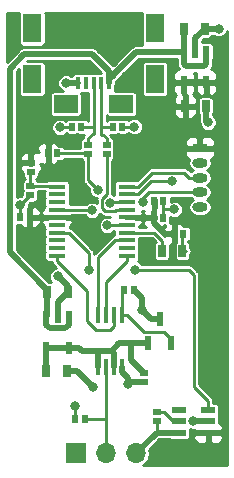
<source format=gbr>
G04 #@! TF.GenerationSoftware,KiCad,Pcbnew,5.0.0-rc2-be01b52~65~ubuntu17.10.1*
G04 #@! TF.CreationDate,2018-06-21T16:11:27-04:00*
G04 #@! TF.ProjectId,pmtcmini-h10721,706D74636D696E692D6831303732312E,rev?*
G04 #@! TF.SameCoordinates,Original*
G04 #@! TF.FileFunction,Copper,L1,Top,Signal*
G04 #@! TF.FilePolarity,Positive*
%FSLAX46Y46*%
G04 Gerber Fmt 4.6, Leading zero omitted, Abs format (unit mm)*
G04 Created by KiCad (PCBNEW 5.0.0-rc2-be01b52~65~ubuntu17.10.1) date Thu Jun 21 16:11:27 2018*
%MOMM*%
%LPD*%
G01*
G04 APERTURE LIST*
G04 #@! TA.AperFunction,ComponentPad*
%ADD10R,1.300000X0.800000*%
G04 #@! TD*
G04 #@! TA.AperFunction,ComponentPad*
%ADD11O,1.300000X0.800000*%
G04 #@! TD*
G04 #@! TA.AperFunction,SMDPad,CuDef*
%ADD12R,0.406400X1.371600*%
G04 #@! TD*
G04 #@! TA.AperFunction,SMDPad,CuDef*
%ADD13R,0.558800X1.295400*%
G04 #@! TD*
G04 #@! TA.AperFunction,SMDPad,CuDef*
%ADD14R,2.000000X1.500000*%
G04 #@! TD*
G04 #@! TA.AperFunction,SMDPad,CuDef*
%ADD15R,1.600000X2.400000*%
G04 #@! TD*
G04 #@! TA.AperFunction,SMDPad,CuDef*
%ADD16R,0.400000X1.050000*%
G04 #@! TD*
G04 #@! TA.AperFunction,SMDPad,CuDef*
%ADD17R,1.475000X0.450000*%
G04 #@! TD*
G04 #@! TA.AperFunction,SMDPad,CuDef*
%ADD18R,0.550000X1.050000*%
G04 #@! TD*
G04 #@! TA.AperFunction,SMDPad,CuDef*
%ADD19R,1.250000X0.600000*%
G04 #@! TD*
G04 #@! TA.AperFunction,SMDPad,CuDef*
%ADD20R,0.575000X0.650000*%
G04 #@! TD*
G04 #@! TA.AperFunction,SMDPad,CuDef*
%ADD21R,0.650000X0.575000*%
G04 #@! TD*
G04 #@! TA.AperFunction,SMDPad,CuDef*
%ADD22R,0.670000X1.000000*%
G04 #@! TD*
G04 #@! TA.AperFunction,ComponentPad*
%ADD23R,1.700000X1.700000*%
G04 #@! TD*
G04 #@! TA.AperFunction,ComponentPad*
%ADD24O,1.700000X1.700000*%
G04 #@! TD*
G04 #@! TA.AperFunction,ViaPad*
%ADD25C,0.800000*%
G04 #@! TD*
G04 #@! TA.AperFunction,Conductor*
%ADD26C,0.250000*%
G04 #@! TD*
G04 #@! TA.AperFunction,Conductor*
%ADD27C,0.500000*%
G04 #@! TD*
G04 #@! TA.AperFunction,Conductor*
%ADD28C,0.254000*%
G04 #@! TD*
G04 APERTURE END LIST*
D10*
G04 #@! TO.P,J2,1*
G04 #@! TO.N,+3V3*
X141450000Y-65450000D03*
D11*
G04 #@! TO.P,J2,2*
G04 #@! TO.N,/SWDIO*
X141450000Y-66700000D03*
G04 #@! TO.P,J2,3*
G04 #@! TO.N,/SWCLK*
X141450000Y-67950000D03*
G04 #@! TO.P,J2,4*
G04 #@! TO.N,/RESET*
X141450000Y-69200000D03*
G04 #@! TO.P,J2,5*
G04 #@! TO.N,GND*
X141450000Y-70450000D03*
G04 #@! TD*
D12*
G04 #@! TO.P,U2,1*
G04 #@! TO.N,Net-(C1-Pad1)*
X134840600Y-79615600D03*
G04 #@! TO.P,U2,2*
G04 #@! TO.N,/\005CCS*
X134180200Y-79615600D03*
G04 #@! TO.P,U2,3*
G04 #@! TO.N,/SCLK*
X133519800Y-79615600D03*
G04 #@! TO.P,U2,4*
G04 #@! TO.N,/MOSI*
X132859400Y-79615600D03*
G04 #@! TO.P,U2,5*
G04 #@! TO.N,+3.3VA*
X132859400Y-83984400D03*
G04 #@! TO.P,U2,6*
G04 #@! TO.N,/PMT_ADJ*
X133519800Y-83984400D03*
G04 #@! TO.P,U2,7*
G04 #@! TO.N,+3.3VA*
X134180200Y-83984400D03*
G04 #@! TO.P,U2,8*
G04 #@! TO.N,GNDA*
X134840600Y-83984400D03*
G04 #@! TD*
D13*
G04 #@! TO.P,U1,1*
G04 #@! TO.N,+3.3VA*
X137100000Y-81978700D03*
G04 #@! TO.P,U1,2*
G04 #@! TO.N,Net-(C1-Pad1)*
X139000000Y-81978700D03*
G04 #@! TO.P,U1,3*
G04 #@! TO.N,GNDA*
X138050000Y-79921300D03*
G04 #@! TD*
D14*
G04 #@! TO.P,P1,S4*
G04 #@! TO.N,N/C*
X134800000Y-61730000D03*
G04 #@! TO.P,P1,S5*
X130100000Y-61730000D03*
D15*
G04 #@! TO.P,P1,S2*
X137650000Y-55330000D03*
G04 #@! TO.P,P1,S1*
X127250000Y-55330000D03*
D16*
G04 #@! TO.P,P1,1*
G04 #@! TO.N,VBUS*
X133750000Y-59955000D03*
G04 #@! TO.P,P1,2*
G04 #@! TO.N,/USBM*
X133100000Y-59955000D03*
G04 #@! TO.P,P1,3*
G04 #@! TO.N,/USBP*
X132450000Y-59955000D03*
G04 #@! TO.P,P1,4*
G04 #@! TO.N,Net-(P1-Pad4)*
X131800000Y-59955000D03*
G04 #@! TO.P,P1,5*
G04 #@! TO.N,GND*
X131150000Y-59955000D03*
D15*
G04 #@! TO.P,P1,S3*
G04 #@! TO.N,N/C*
X137650000Y-59630000D03*
G04 #@! TO.P,P1,S6*
X127250000Y-59630000D03*
G04 #@! TD*
D17*
G04 #@! TO.P,U3,1*
G04 #@! TO.N,Net-(R1-Pad1)*
X129362000Y-68725000D03*
G04 #@! TO.P,U3,2*
G04 #@! TO.N,Net-(U3-Pad2)*
X129362000Y-69375000D03*
G04 #@! TO.P,U3,3*
G04 #@! TO.N,Net-(U3-Pad3)*
X129362000Y-70025000D03*
G04 #@! TO.P,U3,4*
G04 #@! TO.N,/RESET*
X129362000Y-70675000D03*
G04 #@! TO.P,U3,5*
G04 #@! TO.N,+3V3*
X129362000Y-71325000D03*
G04 #@! TO.P,U3,6*
G04 #@! TO.N,Net-(U3-Pad6)*
X129362000Y-71975000D03*
G04 #@! TO.P,U3,7*
G04 #@! TO.N,/PMT_EN*
X129362000Y-72625000D03*
G04 #@! TO.P,U3,8*
G04 #@! TO.N,Net-(U3-Pad8)*
X129362000Y-73275000D03*
G04 #@! TO.P,U3,9*
G04 #@! TO.N,Net-(U3-Pad9)*
X129362000Y-73925000D03*
G04 #@! TO.P,U3,10*
G04 #@! TO.N,/\005CCS*
X129362000Y-74575000D03*
G04 #@! TO.P,U3,11*
G04 #@! TO.N,/SCLK*
X135238000Y-74575000D03*
G04 #@! TO.P,U3,12*
G04 #@! TO.N,Net-(U3-Pad12)*
X135238000Y-73925000D03*
G04 #@! TO.P,U3,13*
G04 #@! TO.N,/MOSI*
X135238000Y-73275000D03*
G04 #@! TO.P,U3,14*
G04 #@! TO.N,/LED*
X135238000Y-72625000D03*
G04 #@! TO.P,U3,15*
G04 #@! TO.N,GND*
X135238000Y-71975000D03*
G04 #@! TO.P,U3,16*
G04 #@! TO.N,+3V3*
X135238000Y-71325000D03*
G04 #@! TO.P,U3,17*
G04 #@! TO.N,Net-(R6-Pad2)*
X135238000Y-70675000D03*
G04 #@! TO.P,U3,18*
G04 #@! TO.N,Net-(R4-Pad1)*
X135238000Y-70025000D03*
G04 #@! TO.P,U3,19*
G04 #@! TO.N,/SWDIO*
X135238000Y-69375000D03*
G04 #@! TO.P,U3,20*
G04 #@! TO.N,/SWCLK*
X135238000Y-68725000D03*
G04 #@! TD*
D18*
G04 #@! TO.P,U6,5*
G04 #@! TO.N,+3V3*
X142000000Y-59900000D03*
G04 #@! TO.P,U6,4*
X140100000Y-59900000D03*
G04 #@! TO.P,U6,3*
G04 #@! TO.N,VBUS*
X140100000Y-57300000D03*
G04 #@! TO.P,U6,2*
G04 #@! TO.N,GND*
X141050000Y-57300000D03*
G04 #@! TO.P,U6,1*
G04 #@! TO.N,VBUS*
X142000000Y-57300000D03*
G04 #@! TD*
G04 #@! TO.P,U4,1*
G04 #@! TO.N,VBUS*
X130350000Y-79750000D03*
G04 #@! TO.P,U4,2*
G04 #@! TO.N,GND*
X129400000Y-79750000D03*
G04 #@! TO.P,U4,3*
G04 #@! TO.N,VBUS*
X128450000Y-79750000D03*
G04 #@! TO.P,U4,4*
G04 #@! TO.N,+3.3VA*
X128450000Y-82350000D03*
G04 #@! TO.P,U4,5*
X130350000Y-82350000D03*
G04 #@! TD*
D19*
G04 #@! TO.P,U5,1*
G04 #@! TO.N,+3V3*
X142150000Y-89550000D03*
G04 #@! TO.P,U5,2*
G04 #@! TO.N,GND*
X142150000Y-88600000D03*
G04 #@! TO.P,U5,3*
G04 #@! TO.N,/PMT_EN*
X142150000Y-87650000D03*
G04 #@! TO.P,U5,4*
G04 #@! TO.N,Net-(U5-Pad4)*
X139650000Y-87650000D03*
G04 #@! TO.P,U5,5*
G04 #@! TO.N,Net-(R7-Pad1)*
X139650000Y-88600000D03*
G04 #@! TO.P,U5,6*
G04 #@! TO.N,/PMT_VDD*
X139650000Y-89550000D03*
G04 #@! TD*
D20*
G04 #@! TO.P,C12,2*
G04 #@! TO.N,GND*
X130650000Y-63650000D03*
G04 #@! TO.P,C12,1*
G04 #@! TO.N,/USBP*
X131425000Y-63650000D03*
G04 #@! TD*
G04 #@! TO.P,C11,1*
G04 #@! TO.N,/PMT_ADJ*
X131687500Y-88400000D03*
G04 #@! TO.P,C11,2*
G04 #@! TO.N,GND*
X130912500Y-88400000D03*
G04 #@! TD*
G04 #@! TO.P,C10,2*
G04 #@! TO.N,GND*
X134887500Y-63650000D03*
G04 #@! TO.P,C10,1*
G04 #@! TO.N,/USBM*
X134112500Y-63650000D03*
G04 #@! TD*
D21*
G04 #@! TO.P,C6,1*
G04 #@! TO.N,+3.3VA*
X136750000Y-84462500D03*
G04 #@! TO.P,C6,2*
G04 #@! TO.N,GNDA*
X136750000Y-85237500D03*
G04 #@! TD*
D20*
G04 #@! TO.P,C4,2*
G04 #@! TO.N,GND*
X138350000Y-69950000D03*
G04 #@! TO.P,C4,1*
G04 #@! TO.N,+3V3*
X137575000Y-69950000D03*
G04 #@! TD*
G04 #@! TO.P,C3,1*
G04 #@! TO.N,+3V3*
X127037500Y-71300000D03*
G04 #@! TO.P,C3,2*
G04 #@! TO.N,GND*
X126262500Y-71300000D03*
G04 #@! TD*
G04 #@! TO.P,C1,2*
G04 #@! TO.N,GNDA*
X135837500Y-77450000D03*
G04 #@! TO.P,C1,1*
G04 #@! TO.N,Net-(C1-Pad1)*
X135062500Y-77450000D03*
G04 #@! TD*
G04 #@! TO.P,C2,1*
G04 #@! TO.N,+3V3*
X137562500Y-71350000D03*
G04 #@! TO.P,C2,2*
G04 #@! TO.N,GND*
X138337500Y-71350000D03*
G04 #@! TD*
D22*
G04 #@! TO.P,C9,2*
G04 #@! TO.N,GND*
X141950000Y-61900000D03*
G04 #@! TO.P,C9,1*
G04 #@! TO.N,+3V3*
X140200000Y-61900000D03*
G04 #@! TD*
G04 #@! TO.P,C8,1*
G04 #@! TO.N,+3.3VA*
X128450000Y-84300000D03*
G04 #@! TO.P,C8,2*
G04 #@! TO.N,GNDA*
X130200000Y-84300000D03*
G04 #@! TD*
G04 #@! TO.P,C7,2*
G04 #@! TO.N,GND*
X141850000Y-55350000D03*
G04 #@! TO.P,C7,1*
G04 #@! TO.N,VBUS*
X140100000Y-55350000D03*
G04 #@! TD*
G04 #@! TO.P,C5,1*
G04 #@! TO.N,VBUS*
X128500000Y-77600000D03*
G04 #@! TO.P,C5,2*
G04 #@! TO.N,GND*
X130250000Y-77600000D03*
G04 #@! TD*
D23*
G04 #@! TO.P,J1,1*
G04 #@! TO.N,GND*
X130950000Y-91300000D03*
D24*
G04 #@! TO.P,J1,2*
G04 #@! TO.N,/PMT_ADJ*
X133490000Y-91300000D03*
G04 #@! TO.P,J1,3*
G04 #@! TO.N,/PMT_VDD*
X136030000Y-91300000D03*
G04 #@! TD*
D22*
G04 #@! TO.P,D1,1*
G04 #@! TO.N,/LED*
X138225000Y-74175000D03*
G04 #@! TO.P,D1,2*
G04 #@! TO.N,Net-(D1-Pad2)*
X139975000Y-74175000D03*
G04 #@! TD*
D21*
G04 #@! TO.P,R7,1*
G04 #@! TO.N,Net-(R7-Pad1)*
X137800000Y-87800000D03*
G04 #@! TO.P,R7,2*
G04 #@! TO.N,/PMT_VDD*
X137800000Y-88575000D03*
G04 #@! TD*
G04 #@! TO.P,R1,2*
G04 #@! TO.N,GND*
X127075000Y-69450000D03*
G04 #@! TO.P,R1,1*
G04 #@! TO.N,Net-(R1-Pad1)*
X127075000Y-68675000D03*
G04 #@! TD*
G04 #@! TO.P,R2,1*
G04 #@! TO.N,Net-(R1-Pad1)*
X127150000Y-67487500D03*
G04 #@! TO.P,R2,2*
G04 #@! TO.N,+3V3*
X127150000Y-66712500D03*
G04 #@! TD*
D20*
G04 #@! TO.P,R3,2*
G04 #@! TO.N,Net-(D1-Pad2)*
X140062500Y-72725000D03*
G04 #@! TO.P,R3,1*
G04 #@! TO.N,+3V3*
X139287500Y-72725000D03*
G04 #@! TD*
G04 #@! TO.P,R4,1*
G04 #@! TO.N,Net-(R4-Pad1)*
X129387500Y-65900000D03*
G04 #@! TO.P,R4,2*
G04 #@! TO.N,+3V3*
X128612500Y-65900000D03*
G04 #@! TD*
D21*
G04 #@! TO.P,R5,2*
G04 #@! TO.N,Net-(R4-Pad1)*
X132000000Y-65937500D03*
G04 #@! TO.P,R5,1*
G04 #@! TO.N,/USBP*
X132000000Y-65162500D03*
G04 #@! TD*
G04 #@! TO.P,R6,1*
G04 #@! TO.N,/USBM*
X133550000Y-65162500D03*
G04 #@! TO.P,R6,2*
G04 #@! TO.N,Net-(R6-Pad2)*
X133550000Y-65937500D03*
G04 #@! TD*
D25*
G04 #@! TO.N,Net-(R4-Pad1)*
X133875000Y-70089597D03*
X132800000Y-68975000D03*
G04 #@! TO.N,GND*
X140900000Y-88600000D03*
X143050000Y-55350000D03*
X130900000Y-87300000D03*
X139300000Y-70650000D03*
X129600000Y-63700000D03*
X135900000Y-63650000D03*
X133600000Y-72000000D03*
X126225000Y-70275000D03*
X130100000Y-59950000D03*
X129400000Y-76325000D03*
G04 #@! TO.N,+3V3*
X129550000Y-56250000D03*
X129550000Y-58700000D03*
X135900000Y-59125000D03*
X134850000Y-56900000D03*
X131475000Y-72225000D03*
X131025000Y-69175000D03*
X130975000Y-66975000D03*
X134675000Y-67100000D03*
G04 #@! TO.N,GND*
X142150000Y-63275000D03*
G04 #@! TO.N,/SWDIO*
X139125000Y-68250000D03*
G04 #@! TO.N,/RESET*
X132325000Y-70725000D03*
X136650000Y-70025000D03*
G04 #@! TO.N,GNDA*
X135350000Y-85450000D03*
X136550000Y-79200000D03*
X132385000Y-85650000D03*
G04 #@! TO.N,/PMT_EN*
X132050000Y-75750000D03*
X135950000Y-75750000D03*
G04 #@! TD*
D26*
G04 #@! TO.N,/USBM*
X134112500Y-63650000D02*
X133575000Y-63650000D01*
X133100000Y-59955000D02*
X133100000Y-63650000D01*
X133575000Y-63650000D02*
X133100000Y-63650000D01*
X133100000Y-63650000D02*
X133100000Y-64350000D01*
X133275000Y-64350000D02*
X133100000Y-64350000D01*
X133550000Y-64625000D02*
X133275000Y-64350000D01*
X133550000Y-65162500D02*
X133550000Y-64625000D01*
G04 #@! TO.N,Net-(R6-Pad2)*
X133550000Y-65937500D02*
X133550000Y-69375000D01*
X133550000Y-69375000D02*
X133150000Y-69775000D01*
X133439598Y-70814598D02*
X133150000Y-70525000D01*
X134223001Y-70814598D02*
X133439598Y-70814598D01*
X134362599Y-70675000D02*
X134223001Y-70814598D01*
X135238000Y-70675000D02*
X134362599Y-70675000D01*
X133150000Y-69775000D02*
X133150000Y-70525000D01*
G04 #@! TO.N,Net-(R4-Pad1)*
X131962500Y-65900000D02*
X132000000Y-65937500D01*
X129387500Y-65900000D02*
X131962500Y-65900000D01*
X135238000Y-70025000D02*
X133939597Y-70025000D01*
X133939597Y-70025000D02*
X133875000Y-70089597D01*
X132000000Y-68175000D02*
X132000000Y-65937500D01*
X132800000Y-68975000D02*
X132000000Y-68175000D01*
G04 #@! TO.N,/USBP*
X132400000Y-63650000D02*
X132450000Y-63700000D01*
X131425000Y-63650000D02*
X132400000Y-63650000D01*
X132450000Y-59955000D02*
X132450000Y-63700000D01*
X132450000Y-63700000D02*
X132450000Y-64250000D01*
X132375000Y-64250000D02*
X132450000Y-64250000D01*
X132000000Y-64625000D02*
X132375000Y-64250000D01*
X132000000Y-65162500D02*
X132000000Y-64625000D01*
D27*
G04 #@! TO.N,+3.3VA*
X130325000Y-82375000D02*
X130350000Y-82350000D01*
X128450000Y-82350000D02*
X130350000Y-82350000D01*
X128450000Y-82350000D02*
X128450000Y-84300000D01*
X130350000Y-82350000D02*
X131225000Y-82350000D01*
X134180200Y-82798600D02*
X133981600Y-82600000D01*
X134180200Y-83984400D02*
X134180200Y-82798600D01*
X132859400Y-82798600D02*
X132859400Y-83984400D01*
X133058000Y-82600000D02*
X132859400Y-82798600D01*
X133981600Y-82600000D02*
X133058000Y-82600000D01*
X131475000Y-82600000D02*
X131225000Y-82350000D01*
X133058000Y-82600000D02*
X131475000Y-82600000D01*
X133981600Y-82600000D02*
X134602900Y-81978700D01*
X135650000Y-83400000D02*
X135650000Y-81978700D01*
X136750000Y-84462500D02*
X136712500Y-84462500D01*
X134602900Y-81978700D02*
X135650000Y-81978700D01*
X136712500Y-84462500D02*
X135650000Y-83400000D01*
X135650000Y-81978700D02*
X137100000Y-81978700D01*
D26*
G04 #@! TO.N,Net-(D1-Pad2)*
X139975000Y-74175000D02*
X140287500Y-74175000D01*
X139975000Y-72812500D02*
X140062500Y-72725000D01*
X139975000Y-74175000D02*
X139975000Y-72812500D01*
D27*
G04 #@! TO.N,+3V3*
X140050000Y-59950000D02*
X140100000Y-59900000D01*
X140100000Y-59900000D02*
X142000000Y-59900000D01*
D26*
X127062500Y-71325000D02*
X127037500Y-71300000D01*
X129362000Y-71325000D02*
X127062500Y-71325000D01*
X137537500Y-71325000D02*
X137562500Y-71350000D01*
X135238000Y-71325000D02*
X137537500Y-71325000D01*
X137562500Y-69962500D02*
X137575000Y-69950000D01*
X137562500Y-71350000D02*
X137562500Y-69962500D01*
G04 #@! TO.N,Net-(R1-Pad1)*
X129312000Y-68775000D02*
X129362000Y-68725000D01*
X127412500Y-68762500D02*
X127400000Y-68775000D01*
D27*
G04 #@! TO.N,GND*
X142150000Y-88600000D02*
X140900000Y-88600000D01*
X141050000Y-56150000D02*
X141850000Y-55350000D01*
X141050000Y-57300000D02*
X141050000Y-56150000D01*
D26*
X130912500Y-88400000D02*
X130912500Y-87312500D01*
X130912500Y-87312500D02*
X130900000Y-87300000D01*
X138350000Y-71337500D02*
X138337500Y-71350000D01*
X138350000Y-70650000D02*
X139300000Y-70650000D01*
X138350000Y-70650000D02*
X138350000Y-71337500D01*
X138350000Y-69950000D02*
X138350000Y-70650000D01*
X130650000Y-63650000D02*
X129650000Y-63650000D01*
X129650000Y-63650000D02*
X129600000Y-63700000D01*
X134887500Y-63650000D02*
X135900000Y-63650000D01*
X135238000Y-71975000D02*
X133625000Y-71975000D01*
X133625000Y-71975000D02*
X133600000Y-72000000D01*
X126262500Y-71300000D02*
X126262500Y-70312500D01*
X126262500Y-70312500D02*
X126225000Y-70275000D01*
D27*
X131150000Y-59955000D02*
X130105000Y-59955000D01*
X130105000Y-59955000D02*
X130100000Y-59950000D01*
X129400000Y-78450000D02*
X130250000Y-77600000D01*
X129400000Y-79750000D02*
X129400000Y-78450000D01*
X130250000Y-77600000D02*
X130250000Y-77175000D01*
X130250000Y-77175000D02*
X129400000Y-76325000D01*
G04 #@! TO.N,+3V3*
X138463186Y-72725000D02*
X137562500Y-71824314D01*
X137562500Y-71824314D02*
X137562500Y-71350000D01*
X139287500Y-72725000D02*
X138463186Y-72725000D01*
D26*
G04 #@! TO.N,Net-(R1-Pad1)*
X129312000Y-68675000D02*
X129362000Y-68725000D01*
X127075000Y-68675000D02*
X129312000Y-68675000D01*
X127075000Y-67562500D02*
X127150000Y-67487500D01*
X127075000Y-68675000D02*
X127075000Y-67562500D01*
G04 #@! TO.N,GND*
X127050000Y-69450000D02*
X126225000Y-70275000D01*
X127075000Y-69450000D02*
X127050000Y-69450000D01*
D27*
X141950000Y-61900000D02*
X141950000Y-63075000D01*
X141950000Y-63075000D02*
X142150000Y-63275000D01*
X141850000Y-55350000D02*
X143050000Y-55350000D01*
D26*
G04 #@! TO.N,Net-(R7-Pad1)*
X139175000Y-88600000D02*
X139650000Y-88600000D01*
X138375000Y-87800000D02*
X139175000Y-88600000D01*
X137800000Y-87800000D02*
X138375000Y-87800000D01*
G04 #@! TO.N,/PMT_VDD*
X137062500Y-90267500D02*
X136030000Y-91300000D01*
D27*
X137780000Y-89550000D02*
X136030000Y-91300000D01*
X139650000Y-89550000D02*
X137780000Y-89550000D01*
D26*
X137780000Y-89132500D02*
X137780000Y-89550000D01*
X137800000Y-89112500D02*
X137780000Y-89132500D01*
X137800000Y-88575000D02*
X137800000Y-89112500D01*
G04 #@! TO.N,/LED*
X138225000Y-73300000D02*
X138225000Y-74175000D01*
X135238000Y-72625000D02*
X137550000Y-72625000D01*
X137550000Y-72625000D02*
X138225000Y-73300000D01*
G04 #@! TO.N,/PMT_ADJ*
X133519800Y-91270200D02*
X133490000Y-91300000D01*
X131687500Y-88400000D02*
X133519800Y-88400000D01*
X133519800Y-83984400D02*
X133519800Y-88400000D01*
X133519800Y-88400000D02*
X133519800Y-91270200D01*
G04 #@! TO.N,/SWDIO*
X139125000Y-68125000D02*
X139125000Y-68250000D01*
X136225500Y-69375000D02*
X135238000Y-69375000D01*
X139125000Y-68250000D02*
X137350500Y-68250000D01*
X137350500Y-68250000D02*
X136225500Y-69375000D01*
G04 #@! TO.N,/SWCLK*
X137425500Y-67525000D02*
X136225500Y-68725000D01*
X140124998Y-67525000D02*
X137425500Y-67525000D01*
X136225500Y-68725000D02*
X135238000Y-68725000D01*
X141450000Y-67950000D02*
X140550000Y-67950000D01*
X140550000Y-67950000D02*
X140124998Y-67525000D01*
G04 #@! TO.N,/RESET*
X129362000Y-70675000D02*
X132275000Y-70675000D01*
X132275000Y-70675000D02*
X132325000Y-70725000D01*
X140550000Y-69200000D02*
X141450000Y-69200000D01*
X137127498Y-69200000D02*
X140550000Y-69200000D01*
X136650000Y-69677498D02*
X137127498Y-69200000D01*
X136650000Y-70025000D02*
X136650000Y-69677498D01*
D27*
G04 #@! TO.N,VBUS*
X128500000Y-79700000D02*
X128450000Y-79750000D01*
X128500000Y-77600000D02*
X128500000Y-79700000D01*
X130035001Y-80725001D02*
X130350000Y-80410002D01*
X128764999Y-80725001D02*
X130035001Y-80725001D01*
X128450000Y-80410002D02*
X128764999Y-80725001D01*
X130350000Y-80410002D02*
X130350000Y-79750000D01*
X128450000Y-79750000D02*
X128450000Y-80410002D01*
G04 #@! TO.N,GNDA*
X136750000Y-85237500D02*
X135562500Y-85237500D01*
X135562500Y-85237500D02*
X135350000Y-85450000D01*
X134880210Y-84274353D02*
X134880210Y-83984400D01*
X134880210Y-84414525D02*
X134880210Y-84274353D01*
X135350000Y-84884315D02*
X134880210Y-84414525D01*
X135350000Y-85450000D02*
X135350000Y-84884315D01*
X138050000Y-79921300D02*
X137271300Y-79921300D01*
X137271300Y-79921300D02*
X136550000Y-79200000D01*
X136550000Y-78162500D02*
X135837500Y-77450000D01*
X136550000Y-79200000D02*
X136550000Y-78162500D01*
X131035000Y-84300000D02*
X132385000Y-85650000D01*
X130200000Y-84300000D02*
X131035000Y-84300000D01*
D26*
G04 #@! TO.N,Net-(C1-Pad1)*
X134840600Y-77671900D02*
X135062500Y-77450000D01*
X134840600Y-79615600D02*
X134840600Y-77671900D01*
X139000000Y-81610400D02*
X139000000Y-81978700D01*
X136684199Y-81005999D02*
X138395599Y-81005999D01*
X135293800Y-79615600D02*
X136684199Y-81005999D01*
X138395599Y-81005999D02*
X139000000Y-81610400D01*
X134840600Y-79615600D02*
X135293800Y-79615600D01*
G04 #@! TO.N,/PMT_EN*
X129362000Y-72625000D02*
X130349500Y-72625000D01*
X130349500Y-72625000D02*
X132050000Y-74325500D01*
X132050000Y-74325500D02*
X132050000Y-75750000D01*
X135950000Y-75750000D02*
X140500000Y-75750000D01*
X140500000Y-75750000D02*
X140950000Y-76200000D01*
X140950000Y-76200000D02*
X140950000Y-85650000D01*
X142150000Y-86850000D02*
X142150000Y-87650000D01*
X140950000Y-85650000D02*
X142150000Y-86850000D01*
G04 #@! TO.N,/\005CCS*
X134180200Y-80551400D02*
X133881600Y-80850000D01*
X134180200Y-79615600D02*
X134180200Y-80551400D01*
X132619798Y-80850000D02*
X131900000Y-80130202D01*
X133881600Y-80850000D02*
X132619798Y-80850000D01*
X129362000Y-75050000D02*
X129362000Y-74575000D01*
X131900000Y-77588000D02*
X129362000Y-75050000D01*
X131900000Y-80130202D02*
X131900000Y-77588000D01*
G04 #@! TO.N,/SCLK*
X133519800Y-78679800D02*
X133519800Y-79615600D01*
X133519800Y-76768200D02*
X133519800Y-78679800D01*
X135238000Y-75050000D02*
X133519800Y-76768200D01*
X135238000Y-74575000D02*
X135238000Y-75050000D01*
G04 #@! TO.N,/MOSI*
X134250500Y-73275000D02*
X135238000Y-73275000D01*
X132859400Y-74666100D02*
X134250500Y-73275000D01*
X132859400Y-79615600D02*
X132859400Y-74666100D01*
D27*
G04 #@! TO.N,VBUS*
X140100000Y-55350000D02*
X140100000Y-57300000D01*
X140100000Y-58325000D02*
X140275000Y-58500000D01*
X140100000Y-57300000D02*
X140100000Y-58325000D01*
X141825000Y-58500000D02*
X142000000Y-58325000D01*
X142000000Y-58325000D02*
X142000000Y-57300000D01*
X140275000Y-58500000D02*
X141825000Y-58500000D01*
X140100000Y-57300000D02*
X136080000Y-57300000D01*
X133750000Y-59630000D02*
X134530000Y-58850000D01*
X133750000Y-59955000D02*
X133750000Y-59630000D01*
X136080000Y-57300000D02*
X134530000Y-58850000D01*
X134530000Y-58850000D02*
X133980000Y-59400000D01*
X128500000Y-77435000D02*
X125350000Y-74285000D01*
X128500000Y-77600000D02*
X128500000Y-77435000D01*
X125350000Y-58719998D02*
X126569998Y-57500000D01*
X125350000Y-74285000D02*
X125350000Y-58719998D01*
X133750000Y-58930000D02*
X133750000Y-59955000D01*
X132320000Y-57500000D02*
X133750000Y-58930000D01*
X126569998Y-57500000D02*
X132320000Y-57500000D01*
G04 #@! TD*
D28*
G04 #@! TO.N,+3V3*
G36*
X143748001Y-92298000D02*
X136654930Y-92298000D01*
X136878569Y-92148569D01*
X137138709Y-91759242D01*
X137230058Y-91300000D01*
X137166339Y-90979662D01*
X138019001Y-90127000D01*
X138850975Y-90127000D01*
X138897411Y-90158027D01*
X139025000Y-90183406D01*
X140275000Y-90183406D01*
X140402589Y-90158027D01*
X140510754Y-90085754D01*
X140583027Y-89977589D01*
X140608406Y-89850000D01*
X140608406Y-89835750D01*
X140890000Y-89835750D01*
X140890000Y-89976309D01*
X140986673Y-90209698D01*
X141165301Y-90388327D01*
X141398690Y-90485000D01*
X141864250Y-90485000D01*
X142023000Y-90326250D01*
X142023000Y-89677000D01*
X142277000Y-89677000D01*
X142277000Y-90326250D01*
X142435750Y-90485000D01*
X142901310Y-90485000D01*
X143134699Y-90388327D01*
X143313327Y-90209698D01*
X143410000Y-89976309D01*
X143410000Y-89835750D01*
X143251250Y-89677000D01*
X142277000Y-89677000D01*
X142023000Y-89677000D01*
X141048750Y-89677000D01*
X140890000Y-89835750D01*
X140608406Y-89835750D01*
X140608406Y-89266117D01*
X140755391Y-89327000D01*
X140952750Y-89327000D01*
X141048750Y-89423000D01*
X142023000Y-89423000D01*
X142023000Y-89403000D01*
X142277000Y-89403000D01*
X142277000Y-89423000D01*
X143251250Y-89423000D01*
X143410000Y-89264250D01*
X143410000Y-89123691D01*
X143313327Y-88890302D01*
X143134699Y-88711673D01*
X143108406Y-88700782D01*
X143108406Y-88300000D01*
X143083027Y-88172411D01*
X143051348Y-88125000D01*
X143083027Y-88077589D01*
X143108406Y-87950000D01*
X143108406Y-87350000D01*
X143083027Y-87222411D01*
X143010754Y-87114246D01*
X142902589Y-87041973D01*
X142775000Y-87016594D01*
X142602000Y-87016594D01*
X142602000Y-86894516D01*
X142610855Y-86849999D01*
X142602000Y-86805482D01*
X142575775Y-86673638D01*
X142475874Y-86524126D01*
X142438134Y-86498909D01*
X141402000Y-85462776D01*
X141402000Y-76244517D01*
X141410855Y-76199999D01*
X141375775Y-76023638D01*
X141301091Y-75911866D01*
X141275874Y-75874126D01*
X141238134Y-75848909D01*
X140851093Y-75461869D01*
X140825874Y-75424126D01*
X140676362Y-75324225D01*
X140544518Y-75298000D01*
X140500000Y-75289145D01*
X140455482Y-75298000D01*
X136526134Y-75298000D01*
X136361813Y-75133679D01*
X136178399Y-75057707D01*
X136211254Y-75035754D01*
X136283527Y-74927589D01*
X136308906Y-74800000D01*
X136308906Y-74350000D01*
X136289015Y-74250000D01*
X136308906Y-74150000D01*
X136308906Y-73700000D01*
X136289015Y-73600000D01*
X136308906Y-73500000D01*
X136308906Y-73077000D01*
X137362776Y-73077000D01*
X137696673Y-73410898D01*
X137654246Y-73439246D01*
X137581973Y-73547411D01*
X137556594Y-73675000D01*
X137556594Y-74675000D01*
X137581973Y-74802589D01*
X137654246Y-74910754D01*
X137762411Y-74983027D01*
X137890000Y-75008406D01*
X138560000Y-75008406D01*
X138687589Y-74983027D01*
X138795754Y-74910754D01*
X138868027Y-74802589D01*
X138893406Y-74675000D01*
X138893406Y-73685000D01*
X139001750Y-73685000D01*
X139011750Y-73675000D01*
X139306594Y-73675000D01*
X139306594Y-74675000D01*
X139331973Y-74802589D01*
X139404246Y-74910754D01*
X139512411Y-74983027D01*
X139640000Y-75008406D01*
X140310000Y-75008406D01*
X140437589Y-74983027D01*
X140545754Y-74910754D01*
X140618027Y-74802589D01*
X140643406Y-74675000D01*
X140643406Y-74455928D01*
X140713275Y-74351362D01*
X140748355Y-74175000D01*
X140713275Y-73998638D01*
X140643406Y-73894072D01*
X140643406Y-73675000D01*
X140618027Y-73547411D01*
X140545754Y-73439246D01*
X140437589Y-73366973D01*
X140435102Y-73366478D01*
X140477589Y-73358027D01*
X140585754Y-73285754D01*
X140658027Y-73177589D01*
X140683406Y-73050000D01*
X140683406Y-72400000D01*
X140658027Y-72272411D01*
X140585754Y-72164246D01*
X140477589Y-72091973D01*
X140350000Y-72066594D01*
X140124218Y-72066594D01*
X140113327Y-72040301D01*
X139934698Y-71861673D01*
X139701309Y-71765000D01*
X139573250Y-71765000D01*
X139414500Y-71923750D01*
X139414500Y-72598000D01*
X139434500Y-72598000D01*
X139434500Y-72852000D01*
X139414500Y-72852000D01*
X139414500Y-73432395D01*
X139404246Y-73439246D01*
X139331973Y-73547411D01*
X139306594Y-73675000D01*
X139011750Y-73675000D01*
X139160500Y-73526250D01*
X139160500Y-72852000D01*
X138523750Y-72852000D01*
X138469987Y-72905763D01*
X137901093Y-72336869D01*
X137883140Y-72310000D01*
X137976309Y-72310000D01*
X138209698Y-72213327D01*
X138388327Y-72034699D01*
X138399218Y-72008406D01*
X138493568Y-72008406D01*
X138461673Y-72040301D01*
X138365000Y-72273690D01*
X138365000Y-72439250D01*
X138523750Y-72598000D01*
X139160500Y-72598000D01*
X139160500Y-71923750D01*
X139001750Y-71765000D01*
X138940504Y-71765000D01*
X138958406Y-71675000D01*
X138958406Y-71295407D01*
X139155391Y-71377000D01*
X139444609Y-71377000D01*
X139711813Y-71266321D01*
X139916321Y-71061813D01*
X140027000Y-70794609D01*
X140027000Y-70505391D01*
X139916321Y-70238187D01*
X139711813Y-70033679D01*
X139444609Y-69923000D01*
X139155391Y-69923000D01*
X138970906Y-69999416D01*
X138970906Y-69652000D01*
X140627663Y-69652000D01*
X140675863Y-69724137D01*
X140826815Y-69825000D01*
X140675863Y-69925863D01*
X140515182Y-70166339D01*
X140458758Y-70450000D01*
X140515182Y-70733661D01*
X140675863Y-70974137D01*
X140916339Y-71134818D01*
X141128401Y-71177000D01*
X141771599Y-71177000D01*
X141983661Y-71134818D01*
X142224137Y-70974137D01*
X142384818Y-70733661D01*
X142441242Y-70450000D01*
X142384818Y-70166339D01*
X142224137Y-69925863D01*
X142073185Y-69825000D01*
X142224137Y-69724137D01*
X142384818Y-69483661D01*
X142441242Y-69200000D01*
X142384818Y-68916339D01*
X142224137Y-68675863D01*
X142073185Y-68575000D01*
X142224137Y-68474137D01*
X142384818Y-68233661D01*
X142441242Y-67950000D01*
X142384818Y-67666339D01*
X142224137Y-67425863D01*
X142073185Y-67325000D01*
X142224137Y-67224137D01*
X142384818Y-66983661D01*
X142441242Y-66700000D01*
X142385370Y-66419115D01*
X142459699Y-66388327D01*
X142638327Y-66209698D01*
X142735000Y-65976309D01*
X142735000Y-65735750D01*
X142576250Y-65577000D01*
X141577000Y-65577000D01*
X141577000Y-65597000D01*
X141323000Y-65597000D01*
X141323000Y-65577000D01*
X140323750Y-65577000D01*
X140165000Y-65735750D01*
X140165000Y-65976309D01*
X140261673Y-66209698D01*
X140440301Y-66388327D01*
X140514630Y-66419115D01*
X140458758Y-66700000D01*
X140515182Y-66983661D01*
X140675863Y-67224137D01*
X140826815Y-67325000D01*
X140675863Y-67425863D01*
X140671546Y-67432323D01*
X140476092Y-67236871D01*
X140450872Y-67199126D01*
X140301360Y-67099225D01*
X140169516Y-67073000D01*
X140169515Y-67073000D01*
X140124997Y-67064145D01*
X140080481Y-67073000D01*
X137470016Y-67073000D01*
X137425499Y-67064145D01*
X137380983Y-67073000D01*
X137380982Y-67073000D01*
X137249138Y-67099225D01*
X137099626Y-67199126D01*
X137074409Y-67236867D01*
X136112808Y-68198467D01*
X136103089Y-68191973D01*
X135975500Y-68166594D01*
X134500500Y-68166594D01*
X134372911Y-68191973D01*
X134264746Y-68264246D01*
X134192473Y-68372411D01*
X134167094Y-68500000D01*
X134167094Y-68950000D01*
X134186985Y-69050000D01*
X134167094Y-69150000D01*
X134167094Y-69423687D01*
X134019609Y-69362597D01*
X134008388Y-69362597D01*
X134002000Y-69330484D01*
X134002000Y-66533144D01*
X134002589Y-66533027D01*
X134110754Y-66460754D01*
X134183027Y-66352589D01*
X134208406Y-66225000D01*
X134208406Y-65650000D01*
X134188515Y-65550000D01*
X134208406Y-65450000D01*
X134208406Y-64923691D01*
X140165000Y-64923691D01*
X140165000Y-65164250D01*
X140323750Y-65323000D01*
X141323000Y-65323000D01*
X141323000Y-64573750D01*
X141577000Y-64573750D01*
X141577000Y-65323000D01*
X142576250Y-65323000D01*
X142735000Y-65164250D01*
X142735000Y-64923691D01*
X142638327Y-64690302D01*
X142459699Y-64511673D01*
X142226310Y-64415000D01*
X141735750Y-64415000D01*
X141577000Y-64573750D01*
X141323000Y-64573750D01*
X141164250Y-64415000D01*
X140673690Y-64415000D01*
X140440301Y-64511673D01*
X140261673Y-64690302D01*
X140165000Y-64923691D01*
X134208406Y-64923691D01*
X134208406Y-64875000D01*
X134183027Y-64747411D01*
X134110754Y-64639246D01*
X134002589Y-64566973D01*
X133999178Y-64566294D01*
X133975775Y-64448638D01*
X133961317Y-64427000D01*
X133882075Y-64308406D01*
X134400000Y-64308406D01*
X134500000Y-64288515D01*
X134600000Y-64308406D01*
X135175000Y-64308406D01*
X135302589Y-64283027D01*
X135410754Y-64210754D01*
X135419512Y-64197646D01*
X135488187Y-64266321D01*
X135755391Y-64377000D01*
X136044609Y-64377000D01*
X136311813Y-64266321D01*
X136516321Y-64061813D01*
X136627000Y-63794609D01*
X136627000Y-63505391D01*
X136516321Y-63238187D01*
X136311813Y-63033679D01*
X136044609Y-62923000D01*
X135755391Y-62923000D01*
X135488187Y-63033679D01*
X135419512Y-63102354D01*
X135410754Y-63089246D01*
X135302589Y-63016973D01*
X135175000Y-62991594D01*
X134600000Y-62991594D01*
X134500000Y-63011485D01*
X134400000Y-62991594D01*
X133825000Y-62991594D01*
X133697411Y-63016973D01*
X133589246Y-63089246D01*
X133552000Y-63144989D01*
X133552000Y-62697426D01*
X133564246Y-62715754D01*
X133672411Y-62788027D01*
X133800000Y-62813406D01*
X135800000Y-62813406D01*
X135927589Y-62788027D01*
X136035754Y-62715754D01*
X136108027Y-62607589D01*
X136133406Y-62480000D01*
X136133406Y-62185750D01*
X139230000Y-62185750D01*
X139230000Y-62526310D01*
X139326673Y-62759699D01*
X139505302Y-62938327D01*
X139738691Y-63035000D01*
X139914250Y-63035000D01*
X140073000Y-62876250D01*
X140073000Y-62027000D01*
X140327000Y-62027000D01*
X140327000Y-62876250D01*
X140485750Y-63035000D01*
X140661309Y-63035000D01*
X140894698Y-62938327D01*
X141073327Y-62759699D01*
X141170000Y-62526310D01*
X141170000Y-62185750D01*
X141011250Y-62027000D01*
X140327000Y-62027000D01*
X140073000Y-62027000D01*
X139388750Y-62027000D01*
X139230000Y-62185750D01*
X136133406Y-62185750D01*
X136133406Y-60980000D01*
X136108027Y-60852411D01*
X136035754Y-60744246D01*
X135927589Y-60671973D01*
X135800000Y-60646594D01*
X134231965Y-60646594D01*
X134258027Y-60607589D01*
X134283406Y-60480000D01*
X134283406Y-60195274D01*
X134293522Y-60180134D01*
X134327000Y-60011829D01*
X134327000Y-59869000D01*
X134978185Y-59217817D01*
X134978189Y-59217811D01*
X135766000Y-58430000D01*
X136516594Y-58430000D01*
X136516594Y-60830000D01*
X136541973Y-60957589D01*
X136614246Y-61065754D01*
X136722411Y-61138027D01*
X136850000Y-61163406D01*
X138450000Y-61163406D01*
X138577589Y-61138027D01*
X138685754Y-61065754D01*
X138758027Y-60957589D01*
X138783406Y-60830000D01*
X138783406Y-60185750D01*
X139190000Y-60185750D01*
X139190000Y-60551310D01*
X139286673Y-60784699D01*
X139434475Y-60932500D01*
X139326673Y-61040301D01*
X139230000Y-61273690D01*
X139230000Y-61614250D01*
X139388750Y-61773000D01*
X140073000Y-61773000D01*
X140073000Y-60923750D01*
X139973000Y-60823750D01*
X139973000Y-60027000D01*
X140227000Y-60027000D01*
X140227000Y-60901250D01*
X140327000Y-61001250D01*
X140327000Y-61773000D01*
X141011250Y-61773000D01*
X141170000Y-61614250D01*
X141170000Y-61400000D01*
X141281594Y-61400000D01*
X141281594Y-62400000D01*
X141306973Y-62527589D01*
X141373001Y-62626407D01*
X141373001Y-63018168D01*
X141361696Y-63075000D01*
X141404103Y-63288187D01*
X141406479Y-63300134D01*
X141423000Y-63324860D01*
X141423000Y-63419609D01*
X141533679Y-63686813D01*
X141738187Y-63891321D01*
X142005391Y-64002000D01*
X142294609Y-64002000D01*
X142561813Y-63891321D01*
X142766321Y-63686813D01*
X142877000Y-63419609D01*
X142877000Y-63130391D01*
X142766321Y-62863187D01*
X142561813Y-62658679D01*
X142527000Y-62644259D01*
X142527000Y-62626406D01*
X142593027Y-62527589D01*
X142618406Y-62400000D01*
X142618406Y-61400000D01*
X142593027Y-61272411D01*
X142520754Y-61164246D01*
X142412589Y-61091973D01*
X142285000Y-61066594D01*
X141615000Y-61066594D01*
X141487411Y-61091973D01*
X141379246Y-61164246D01*
X141306973Y-61272411D01*
X141281594Y-61400000D01*
X141170000Y-61400000D01*
X141170000Y-61273690D01*
X141073327Y-61040301D01*
X140894698Y-60861673D01*
X140853442Y-60844584D01*
X140913327Y-60784699D01*
X141010000Y-60551310D01*
X141010000Y-60185750D01*
X141090000Y-60185750D01*
X141090000Y-60551310D01*
X141186673Y-60784699D01*
X141365302Y-60963327D01*
X141598691Y-61060000D01*
X141714250Y-61060000D01*
X141873000Y-60901250D01*
X141873000Y-60027000D01*
X142127000Y-60027000D01*
X142127000Y-60901250D01*
X142285750Y-61060000D01*
X142401309Y-61060000D01*
X142634698Y-60963327D01*
X142813327Y-60784699D01*
X142910000Y-60551310D01*
X142910000Y-60185750D01*
X142751250Y-60027000D01*
X142127000Y-60027000D01*
X141873000Y-60027000D01*
X141248750Y-60027000D01*
X141090000Y-60185750D01*
X141010000Y-60185750D01*
X140851250Y-60027000D01*
X140227000Y-60027000D01*
X139973000Y-60027000D01*
X139348750Y-60027000D01*
X139190000Y-60185750D01*
X138783406Y-60185750D01*
X138783406Y-58430000D01*
X138758027Y-58302411D01*
X138685754Y-58194246D01*
X138577589Y-58121973D01*
X138450000Y-58096594D01*
X136850000Y-58096594D01*
X136722411Y-58121973D01*
X136614246Y-58194246D01*
X136541973Y-58302411D01*
X136516594Y-58430000D01*
X135766000Y-58430000D01*
X136319001Y-57877000D01*
X139501937Y-57877000D01*
X139516973Y-57952589D01*
X139523001Y-57961610D01*
X139523001Y-58268168D01*
X139511696Y-58325000D01*
X139549293Y-58514006D01*
X139556479Y-58550134D01*
X139684007Y-58740994D01*
X139688708Y-58744135D01*
X139465302Y-58836673D01*
X139286673Y-59015301D01*
X139190000Y-59248690D01*
X139190000Y-59614250D01*
X139348750Y-59773000D01*
X139973000Y-59773000D01*
X139973000Y-59753000D01*
X140227000Y-59753000D01*
X140227000Y-59773000D01*
X140851250Y-59773000D01*
X141010000Y-59614250D01*
X141010000Y-59248690D01*
X140938884Y-59077000D01*
X141161116Y-59077000D01*
X141090000Y-59248690D01*
X141090000Y-59614250D01*
X141248750Y-59773000D01*
X141873000Y-59773000D01*
X141873000Y-59753000D01*
X142127000Y-59753000D01*
X142127000Y-59773000D01*
X142751250Y-59773000D01*
X142910000Y-59614250D01*
X142910000Y-59248690D01*
X142813327Y-59015301D01*
X142634698Y-58836673D01*
X142411293Y-58744135D01*
X142415994Y-58740994D01*
X142543522Y-58550134D01*
X142577000Y-58381829D01*
X142577000Y-58381828D01*
X142588304Y-58325001D01*
X142577000Y-58268173D01*
X142577000Y-57961609D01*
X142583027Y-57952589D01*
X142608406Y-57825000D01*
X142608406Y-56775000D01*
X142583027Y-56647411D01*
X142510754Y-56539246D01*
X142402589Y-56466973D01*
X142275000Y-56441594D01*
X141725000Y-56441594D01*
X141627000Y-56461087D01*
X141627000Y-56389000D01*
X141832594Y-56183406D01*
X142185000Y-56183406D01*
X142312589Y-56158027D01*
X142420754Y-56085754D01*
X142493027Y-55977589D01*
X142503090Y-55927000D01*
X142598866Y-55927000D01*
X142638187Y-55966321D01*
X142905391Y-56077000D01*
X143194609Y-56077000D01*
X143461813Y-55966321D01*
X143666321Y-55761813D01*
X143748000Y-55564621D01*
X143748001Y-92298000D01*
X143748001Y-92298000D01*
G37*
X143748001Y-92298000D02*
X136654930Y-92298000D01*
X136878569Y-92148569D01*
X137138709Y-91759242D01*
X137230058Y-91300000D01*
X137166339Y-90979662D01*
X138019001Y-90127000D01*
X138850975Y-90127000D01*
X138897411Y-90158027D01*
X139025000Y-90183406D01*
X140275000Y-90183406D01*
X140402589Y-90158027D01*
X140510754Y-90085754D01*
X140583027Y-89977589D01*
X140608406Y-89850000D01*
X140608406Y-89835750D01*
X140890000Y-89835750D01*
X140890000Y-89976309D01*
X140986673Y-90209698D01*
X141165301Y-90388327D01*
X141398690Y-90485000D01*
X141864250Y-90485000D01*
X142023000Y-90326250D01*
X142023000Y-89677000D01*
X142277000Y-89677000D01*
X142277000Y-90326250D01*
X142435750Y-90485000D01*
X142901310Y-90485000D01*
X143134699Y-90388327D01*
X143313327Y-90209698D01*
X143410000Y-89976309D01*
X143410000Y-89835750D01*
X143251250Y-89677000D01*
X142277000Y-89677000D01*
X142023000Y-89677000D01*
X141048750Y-89677000D01*
X140890000Y-89835750D01*
X140608406Y-89835750D01*
X140608406Y-89266117D01*
X140755391Y-89327000D01*
X140952750Y-89327000D01*
X141048750Y-89423000D01*
X142023000Y-89423000D01*
X142023000Y-89403000D01*
X142277000Y-89403000D01*
X142277000Y-89423000D01*
X143251250Y-89423000D01*
X143410000Y-89264250D01*
X143410000Y-89123691D01*
X143313327Y-88890302D01*
X143134699Y-88711673D01*
X143108406Y-88700782D01*
X143108406Y-88300000D01*
X143083027Y-88172411D01*
X143051348Y-88125000D01*
X143083027Y-88077589D01*
X143108406Y-87950000D01*
X143108406Y-87350000D01*
X143083027Y-87222411D01*
X143010754Y-87114246D01*
X142902589Y-87041973D01*
X142775000Y-87016594D01*
X142602000Y-87016594D01*
X142602000Y-86894516D01*
X142610855Y-86849999D01*
X142602000Y-86805482D01*
X142575775Y-86673638D01*
X142475874Y-86524126D01*
X142438134Y-86498909D01*
X141402000Y-85462776D01*
X141402000Y-76244517D01*
X141410855Y-76199999D01*
X141375775Y-76023638D01*
X141301091Y-75911866D01*
X141275874Y-75874126D01*
X141238134Y-75848909D01*
X140851093Y-75461869D01*
X140825874Y-75424126D01*
X140676362Y-75324225D01*
X140544518Y-75298000D01*
X140500000Y-75289145D01*
X140455482Y-75298000D01*
X136526134Y-75298000D01*
X136361813Y-75133679D01*
X136178399Y-75057707D01*
X136211254Y-75035754D01*
X136283527Y-74927589D01*
X136308906Y-74800000D01*
X136308906Y-74350000D01*
X136289015Y-74250000D01*
X136308906Y-74150000D01*
X136308906Y-73700000D01*
X136289015Y-73600000D01*
X136308906Y-73500000D01*
X136308906Y-73077000D01*
X137362776Y-73077000D01*
X137696673Y-73410898D01*
X137654246Y-73439246D01*
X137581973Y-73547411D01*
X137556594Y-73675000D01*
X137556594Y-74675000D01*
X137581973Y-74802589D01*
X137654246Y-74910754D01*
X137762411Y-74983027D01*
X137890000Y-75008406D01*
X138560000Y-75008406D01*
X138687589Y-74983027D01*
X138795754Y-74910754D01*
X138868027Y-74802589D01*
X138893406Y-74675000D01*
X138893406Y-73685000D01*
X139001750Y-73685000D01*
X139011750Y-73675000D01*
X139306594Y-73675000D01*
X139306594Y-74675000D01*
X139331973Y-74802589D01*
X139404246Y-74910754D01*
X139512411Y-74983027D01*
X139640000Y-75008406D01*
X140310000Y-75008406D01*
X140437589Y-74983027D01*
X140545754Y-74910754D01*
X140618027Y-74802589D01*
X140643406Y-74675000D01*
X140643406Y-74455928D01*
X140713275Y-74351362D01*
X140748355Y-74175000D01*
X140713275Y-73998638D01*
X140643406Y-73894072D01*
X140643406Y-73675000D01*
X140618027Y-73547411D01*
X140545754Y-73439246D01*
X140437589Y-73366973D01*
X140435102Y-73366478D01*
X140477589Y-73358027D01*
X140585754Y-73285754D01*
X140658027Y-73177589D01*
X140683406Y-73050000D01*
X140683406Y-72400000D01*
X140658027Y-72272411D01*
X140585754Y-72164246D01*
X140477589Y-72091973D01*
X140350000Y-72066594D01*
X140124218Y-72066594D01*
X140113327Y-72040301D01*
X139934698Y-71861673D01*
X139701309Y-71765000D01*
X139573250Y-71765000D01*
X139414500Y-71923750D01*
X139414500Y-72598000D01*
X139434500Y-72598000D01*
X139434500Y-72852000D01*
X139414500Y-72852000D01*
X139414500Y-73432395D01*
X139404246Y-73439246D01*
X139331973Y-73547411D01*
X139306594Y-73675000D01*
X139011750Y-73675000D01*
X139160500Y-73526250D01*
X139160500Y-72852000D01*
X138523750Y-72852000D01*
X138469987Y-72905763D01*
X137901093Y-72336869D01*
X137883140Y-72310000D01*
X137976309Y-72310000D01*
X138209698Y-72213327D01*
X138388327Y-72034699D01*
X138399218Y-72008406D01*
X138493568Y-72008406D01*
X138461673Y-72040301D01*
X138365000Y-72273690D01*
X138365000Y-72439250D01*
X138523750Y-72598000D01*
X139160500Y-72598000D01*
X139160500Y-71923750D01*
X139001750Y-71765000D01*
X138940504Y-71765000D01*
X138958406Y-71675000D01*
X138958406Y-71295407D01*
X139155391Y-71377000D01*
X139444609Y-71377000D01*
X139711813Y-71266321D01*
X139916321Y-71061813D01*
X140027000Y-70794609D01*
X140027000Y-70505391D01*
X139916321Y-70238187D01*
X139711813Y-70033679D01*
X139444609Y-69923000D01*
X139155391Y-69923000D01*
X138970906Y-69999416D01*
X138970906Y-69652000D01*
X140627663Y-69652000D01*
X140675863Y-69724137D01*
X140826815Y-69825000D01*
X140675863Y-69925863D01*
X140515182Y-70166339D01*
X140458758Y-70450000D01*
X140515182Y-70733661D01*
X140675863Y-70974137D01*
X140916339Y-71134818D01*
X141128401Y-71177000D01*
X141771599Y-71177000D01*
X141983661Y-71134818D01*
X142224137Y-70974137D01*
X142384818Y-70733661D01*
X142441242Y-70450000D01*
X142384818Y-70166339D01*
X142224137Y-69925863D01*
X142073185Y-69825000D01*
X142224137Y-69724137D01*
X142384818Y-69483661D01*
X142441242Y-69200000D01*
X142384818Y-68916339D01*
X142224137Y-68675863D01*
X142073185Y-68575000D01*
X142224137Y-68474137D01*
X142384818Y-68233661D01*
X142441242Y-67950000D01*
X142384818Y-67666339D01*
X142224137Y-67425863D01*
X142073185Y-67325000D01*
X142224137Y-67224137D01*
X142384818Y-66983661D01*
X142441242Y-66700000D01*
X142385370Y-66419115D01*
X142459699Y-66388327D01*
X142638327Y-66209698D01*
X142735000Y-65976309D01*
X142735000Y-65735750D01*
X142576250Y-65577000D01*
X141577000Y-65577000D01*
X141577000Y-65597000D01*
X141323000Y-65597000D01*
X141323000Y-65577000D01*
X140323750Y-65577000D01*
X140165000Y-65735750D01*
X140165000Y-65976309D01*
X140261673Y-66209698D01*
X140440301Y-66388327D01*
X140514630Y-66419115D01*
X140458758Y-66700000D01*
X140515182Y-66983661D01*
X140675863Y-67224137D01*
X140826815Y-67325000D01*
X140675863Y-67425863D01*
X140671546Y-67432323D01*
X140476092Y-67236871D01*
X140450872Y-67199126D01*
X140301360Y-67099225D01*
X140169516Y-67073000D01*
X140169515Y-67073000D01*
X140124997Y-67064145D01*
X140080481Y-67073000D01*
X137470016Y-67073000D01*
X137425499Y-67064145D01*
X137380983Y-67073000D01*
X137380982Y-67073000D01*
X137249138Y-67099225D01*
X137099626Y-67199126D01*
X137074409Y-67236867D01*
X136112808Y-68198467D01*
X136103089Y-68191973D01*
X135975500Y-68166594D01*
X134500500Y-68166594D01*
X134372911Y-68191973D01*
X134264746Y-68264246D01*
X134192473Y-68372411D01*
X134167094Y-68500000D01*
X134167094Y-68950000D01*
X134186985Y-69050000D01*
X134167094Y-69150000D01*
X134167094Y-69423687D01*
X134019609Y-69362597D01*
X134008388Y-69362597D01*
X134002000Y-69330484D01*
X134002000Y-66533144D01*
X134002589Y-66533027D01*
X134110754Y-66460754D01*
X134183027Y-66352589D01*
X134208406Y-66225000D01*
X134208406Y-65650000D01*
X134188515Y-65550000D01*
X134208406Y-65450000D01*
X134208406Y-64923691D01*
X140165000Y-64923691D01*
X140165000Y-65164250D01*
X140323750Y-65323000D01*
X141323000Y-65323000D01*
X141323000Y-64573750D01*
X141577000Y-64573750D01*
X141577000Y-65323000D01*
X142576250Y-65323000D01*
X142735000Y-65164250D01*
X142735000Y-64923691D01*
X142638327Y-64690302D01*
X142459699Y-64511673D01*
X142226310Y-64415000D01*
X141735750Y-64415000D01*
X141577000Y-64573750D01*
X141323000Y-64573750D01*
X141164250Y-64415000D01*
X140673690Y-64415000D01*
X140440301Y-64511673D01*
X140261673Y-64690302D01*
X140165000Y-64923691D01*
X134208406Y-64923691D01*
X134208406Y-64875000D01*
X134183027Y-64747411D01*
X134110754Y-64639246D01*
X134002589Y-64566973D01*
X133999178Y-64566294D01*
X133975775Y-64448638D01*
X133961317Y-64427000D01*
X133882075Y-64308406D01*
X134400000Y-64308406D01*
X134500000Y-64288515D01*
X134600000Y-64308406D01*
X135175000Y-64308406D01*
X135302589Y-64283027D01*
X135410754Y-64210754D01*
X135419512Y-64197646D01*
X135488187Y-64266321D01*
X135755391Y-64377000D01*
X136044609Y-64377000D01*
X136311813Y-64266321D01*
X136516321Y-64061813D01*
X136627000Y-63794609D01*
X136627000Y-63505391D01*
X136516321Y-63238187D01*
X136311813Y-63033679D01*
X136044609Y-62923000D01*
X135755391Y-62923000D01*
X135488187Y-63033679D01*
X135419512Y-63102354D01*
X135410754Y-63089246D01*
X135302589Y-63016973D01*
X135175000Y-62991594D01*
X134600000Y-62991594D01*
X134500000Y-63011485D01*
X134400000Y-62991594D01*
X133825000Y-62991594D01*
X133697411Y-63016973D01*
X133589246Y-63089246D01*
X133552000Y-63144989D01*
X133552000Y-62697426D01*
X133564246Y-62715754D01*
X133672411Y-62788027D01*
X133800000Y-62813406D01*
X135800000Y-62813406D01*
X135927589Y-62788027D01*
X136035754Y-62715754D01*
X136108027Y-62607589D01*
X136133406Y-62480000D01*
X136133406Y-62185750D01*
X139230000Y-62185750D01*
X139230000Y-62526310D01*
X139326673Y-62759699D01*
X139505302Y-62938327D01*
X139738691Y-63035000D01*
X139914250Y-63035000D01*
X140073000Y-62876250D01*
X140073000Y-62027000D01*
X140327000Y-62027000D01*
X140327000Y-62876250D01*
X140485750Y-63035000D01*
X140661309Y-63035000D01*
X140894698Y-62938327D01*
X141073327Y-62759699D01*
X141170000Y-62526310D01*
X141170000Y-62185750D01*
X141011250Y-62027000D01*
X140327000Y-62027000D01*
X140073000Y-62027000D01*
X139388750Y-62027000D01*
X139230000Y-62185750D01*
X136133406Y-62185750D01*
X136133406Y-60980000D01*
X136108027Y-60852411D01*
X136035754Y-60744246D01*
X135927589Y-60671973D01*
X135800000Y-60646594D01*
X134231965Y-60646594D01*
X134258027Y-60607589D01*
X134283406Y-60480000D01*
X134283406Y-60195274D01*
X134293522Y-60180134D01*
X134327000Y-60011829D01*
X134327000Y-59869000D01*
X134978185Y-59217817D01*
X134978189Y-59217811D01*
X135766000Y-58430000D01*
X136516594Y-58430000D01*
X136516594Y-60830000D01*
X136541973Y-60957589D01*
X136614246Y-61065754D01*
X136722411Y-61138027D01*
X136850000Y-61163406D01*
X138450000Y-61163406D01*
X138577589Y-61138027D01*
X138685754Y-61065754D01*
X138758027Y-60957589D01*
X138783406Y-60830000D01*
X138783406Y-60185750D01*
X139190000Y-60185750D01*
X139190000Y-60551310D01*
X139286673Y-60784699D01*
X139434475Y-60932500D01*
X139326673Y-61040301D01*
X139230000Y-61273690D01*
X139230000Y-61614250D01*
X139388750Y-61773000D01*
X140073000Y-61773000D01*
X140073000Y-60923750D01*
X139973000Y-60823750D01*
X139973000Y-60027000D01*
X140227000Y-60027000D01*
X140227000Y-60901250D01*
X140327000Y-61001250D01*
X140327000Y-61773000D01*
X141011250Y-61773000D01*
X141170000Y-61614250D01*
X141170000Y-61400000D01*
X141281594Y-61400000D01*
X141281594Y-62400000D01*
X141306973Y-62527589D01*
X141373001Y-62626407D01*
X141373001Y-63018168D01*
X141361696Y-63075000D01*
X141404103Y-63288187D01*
X141406479Y-63300134D01*
X141423000Y-63324860D01*
X141423000Y-63419609D01*
X141533679Y-63686813D01*
X141738187Y-63891321D01*
X142005391Y-64002000D01*
X142294609Y-64002000D01*
X142561813Y-63891321D01*
X142766321Y-63686813D01*
X142877000Y-63419609D01*
X142877000Y-63130391D01*
X142766321Y-62863187D01*
X142561813Y-62658679D01*
X142527000Y-62644259D01*
X142527000Y-62626406D01*
X142593027Y-62527589D01*
X142618406Y-62400000D01*
X142618406Y-61400000D01*
X142593027Y-61272411D01*
X142520754Y-61164246D01*
X142412589Y-61091973D01*
X142285000Y-61066594D01*
X141615000Y-61066594D01*
X141487411Y-61091973D01*
X141379246Y-61164246D01*
X141306973Y-61272411D01*
X141281594Y-61400000D01*
X141170000Y-61400000D01*
X141170000Y-61273690D01*
X141073327Y-61040301D01*
X140894698Y-60861673D01*
X140853442Y-60844584D01*
X140913327Y-60784699D01*
X141010000Y-60551310D01*
X141010000Y-60185750D01*
X141090000Y-60185750D01*
X141090000Y-60551310D01*
X141186673Y-60784699D01*
X141365302Y-60963327D01*
X141598691Y-61060000D01*
X141714250Y-61060000D01*
X141873000Y-60901250D01*
X141873000Y-60027000D01*
X142127000Y-60027000D01*
X142127000Y-60901250D01*
X142285750Y-61060000D01*
X142401309Y-61060000D01*
X142634698Y-60963327D01*
X142813327Y-60784699D01*
X142910000Y-60551310D01*
X142910000Y-60185750D01*
X142751250Y-60027000D01*
X142127000Y-60027000D01*
X141873000Y-60027000D01*
X141248750Y-60027000D01*
X141090000Y-60185750D01*
X141010000Y-60185750D01*
X140851250Y-60027000D01*
X140227000Y-60027000D01*
X139973000Y-60027000D01*
X139348750Y-60027000D01*
X139190000Y-60185750D01*
X138783406Y-60185750D01*
X138783406Y-58430000D01*
X138758027Y-58302411D01*
X138685754Y-58194246D01*
X138577589Y-58121973D01*
X138450000Y-58096594D01*
X136850000Y-58096594D01*
X136722411Y-58121973D01*
X136614246Y-58194246D01*
X136541973Y-58302411D01*
X136516594Y-58430000D01*
X135766000Y-58430000D01*
X136319001Y-57877000D01*
X139501937Y-57877000D01*
X139516973Y-57952589D01*
X139523001Y-57961610D01*
X139523001Y-58268168D01*
X139511696Y-58325000D01*
X139549293Y-58514006D01*
X139556479Y-58550134D01*
X139684007Y-58740994D01*
X139688708Y-58744135D01*
X139465302Y-58836673D01*
X139286673Y-59015301D01*
X139190000Y-59248690D01*
X139190000Y-59614250D01*
X139348750Y-59773000D01*
X139973000Y-59773000D01*
X139973000Y-59753000D01*
X140227000Y-59753000D01*
X140227000Y-59773000D01*
X140851250Y-59773000D01*
X141010000Y-59614250D01*
X141010000Y-59248690D01*
X140938884Y-59077000D01*
X141161116Y-59077000D01*
X141090000Y-59248690D01*
X141090000Y-59614250D01*
X141248750Y-59773000D01*
X141873000Y-59773000D01*
X141873000Y-59753000D01*
X142127000Y-59753000D01*
X142127000Y-59773000D01*
X142751250Y-59773000D01*
X142910000Y-59614250D01*
X142910000Y-59248690D01*
X142813327Y-59015301D01*
X142634698Y-58836673D01*
X142411293Y-58744135D01*
X142415994Y-58740994D01*
X142543522Y-58550134D01*
X142577000Y-58381829D01*
X142577000Y-58381828D01*
X142588304Y-58325001D01*
X142577000Y-58268173D01*
X142577000Y-57961609D01*
X142583027Y-57952589D01*
X142608406Y-57825000D01*
X142608406Y-56775000D01*
X142583027Y-56647411D01*
X142510754Y-56539246D01*
X142402589Y-56466973D01*
X142275000Y-56441594D01*
X141725000Y-56441594D01*
X141627000Y-56461087D01*
X141627000Y-56389000D01*
X141832594Y-56183406D01*
X142185000Y-56183406D01*
X142312589Y-56158027D01*
X142420754Y-56085754D01*
X142493027Y-55977589D01*
X142503090Y-55927000D01*
X142598866Y-55927000D01*
X142638187Y-55966321D01*
X142905391Y-56077000D01*
X143194609Y-56077000D01*
X143461813Y-55966321D01*
X143666321Y-55761813D01*
X143748000Y-55564621D01*
X143748001Y-92298000D01*
G36*
X128291094Y-69150000D02*
X128291094Y-69600000D01*
X128310985Y-69700000D01*
X128291094Y-69800000D01*
X128291094Y-70250000D01*
X128310985Y-70350000D01*
X128291094Y-70450000D01*
X128291094Y-70550782D01*
X128264801Y-70561673D01*
X128086173Y-70740302D01*
X127989500Y-70973691D01*
X127989500Y-71053750D01*
X128148250Y-71212500D01*
X128519398Y-71212500D01*
X128624500Y-71233406D01*
X130099500Y-71233406D01*
X130204602Y-71212500D01*
X130575750Y-71212500D01*
X130661250Y-71127000D01*
X131704614Y-71127000D01*
X131708679Y-71136813D01*
X131913187Y-71341321D01*
X132180391Y-71452000D01*
X132469609Y-71452000D01*
X132736813Y-71341321D01*
X132941321Y-71136813D01*
X132994413Y-71008637D01*
X133088505Y-71102729D01*
X133113724Y-71140472D01*
X133263236Y-71240373D01*
X133395080Y-71266598D01*
X133395081Y-71266598D01*
X133439597Y-71275453D01*
X133484114Y-71266598D01*
X133865500Y-71266598D01*
X133865500Y-71323074D01*
X133744609Y-71273000D01*
X133455391Y-71273000D01*
X133188187Y-71383679D01*
X132983679Y-71588187D01*
X132873000Y-71855391D01*
X132873000Y-72144609D01*
X132983679Y-72411813D01*
X133188187Y-72616321D01*
X133455391Y-72727000D01*
X133744609Y-72727000D01*
X134011813Y-72616321D01*
X134167094Y-72461040D01*
X134167094Y-72830735D01*
X134074138Y-72849225D01*
X133924626Y-72949126D01*
X133899407Y-72986869D01*
X132571267Y-74315009D01*
X132533527Y-74340226D01*
X132508310Y-74377966D01*
X132508309Y-74377967D01*
X132502000Y-74387409D01*
X132502000Y-74370017D01*
X132510855Y-74325499D01*
X132475775Y-74149138D01*
X132401091Y-74037366D01*
X132375874Y-73999626D01*
X132338134Y-73974409D01*
X130700593Y-72336869D01*
X130675374Y-72299126D01*
X130525862Y-72199225D01*
X130432906Y-72180735D01*
X130432906Y-72099218D01*
X130459199Y-72088327D01*
X130637827Y-71909698D01*
X130734500Y-71676309D01*
X130734500Y-71596250D01*
X130575750Y-71437500D01*
X130204602Y-71437500D01*
X130099500Y-71416594D01*
X128624500Y-71416594D01*
X128519398Y-71437500D01*
X128148250Y-71437500D01*
X127989500Y-71596250D01*
X127989500Y-71676309D01*
X128086173Y-71909698D01*
X128264801Y-72088327D01*
X128291094Y-72099218D01*
X128291094Y-72200000D01*
X128310985Y-72300000D01*
X128291094Y-72400000D01*
X128291094Y-72850000D01*
X128310985Y-72950000D01*
X128291094Y-73050000D01*
X128291094Y-73500000D01*
X128310985Y-73600000D01*
X128291094Y-73700000D01*
X128291094Y-74150000D01*
X128310985Y-74250000D01*
X128291094Y-74350000D01*
X128291094Y-74800000D01*
X128316473Y-74927589D01*
X128388746Y-75035754D01*
X128496911Y-75108027D01*
X128624500Y-75133406D01*
X128917735Y-75133406D01*
X128936225Y-75226361D01*
X129036126Y-75375874D01*
X129073869Y-75401093D01*
X129270776Y-75598000D01*
X129255391Y-75598000D01*
X128988187Y-75708679D01*
X128783679Y-75913187D01*
X128673000Y-76180391D01*
X128673000Y-76469609D01*
X128783679Y-76736813D01*
X128813460Y-76766594D01*
X128647595Y-76766594D01*
X125927000Y-74046000D01*
X125927000Y-71948858D01*
X125975000Y-71958406D01*
X126200782Y-71958406D01*
X126211673Y-71984699D01*
X126390302Y-72163327D01*
X126623691Y-72260000D01*
X126751750Y-72260000D01*
X126910500Y-72101250D01*
X126910500Y-71427000D01*
X127164500Y-71427000D01*
X127164500Y-72101250D01*
X127323250Y-72260000D01*
X127451309Y-72260000D01*
X127684698Y-72163327D01*
X127863327Y-71984699D01*
X127960000Y-71751310D01*
X127960000Y-71585750D01*
X127801250Y-71427000D01*
X127164500Y-71427000D01*
X126910500Y-71427000D01*
X126890500Y-71427000D01*
X126890500Y-71173000D01*
X126910500Y-71173000D01*
X126910500Y-70519799D01*
X126919218Y-70498750D01*
X127164500Y-70498750D01*
X127164500Y-71173000D01*
X127801250Y-71173000D01*
X127960000Y-71014250D01*
X127960000Y-70848690D01*
X127863327Y-70615301D01*
X127684698Y-70436673D01*
X127451309Y-70340000D01*
X127323250Y-70340000D01*
X127164500Y-70498750D01*
X126919218Y-70498750D01*
X126952000Y-70419609D01*
X126952000Y-70187224D01*
X127068319Y-70070906D01*
X127400000Y-70070906D01*
X127527589Y-70045527D01*
X127635754Y-69973254D01*
X127708027Y-69865089D01*
X127733406Y-69737500D01*
X127733406Y-69162500D01*
X127726345Y-69127000D01*
X128295669Y-69127000D01*
X128291094Y-69150000D01*
X128291094Y-69150000D01*
G37*
X128291094Y-69150000D02*
X128291094Y-69600000D01*
X128310985Y-69700000D01*
X128291094Y-69800000D01*
X128291094Y-70250000D01*
X128310985Y-70350000D01*
X128291094Y-70450000D01*
X128291094Y-70550782D01*
X128264801Y-70561673D01*
X128086173Y-70740302D01*
X127989500Y-70973691D01*
X127989500Y-71053750D01*
X128148250Y-71212500D01*
X128519398Y-71212500D01*
X128624500Y-71233406D01*
X130099500Y-71233406D01*
X130204602Y-71212500D01*
X130575750Y-71212500D01*
X130661250Y-71127000D01*
X131704614Y-71127000D01*
X131708679Y-71136813D01*
X131913187Y-71341321D01*
X132180391Y-71452000D01*
X132469609Y-71452000D01*
X132736813Y-71341321D01*
X132941321Y-71136813D01*
X132994413Y-71008637D01*
X133088505Y-71102729D01*
X133113724Y-71140472D01*
X133263236Y-71240373D01*
X133395080Y-71266598D01*
X133395081Y-71266598D01*
X133439597Y-71275453D01*
X133484114Y-71266598D01*
X133865500Y-71266598D01*
X133865500Y-71323074D01*
X133744609Y-71273000D01*
X133455391Y-71273000D01*
X133188187Y-71383679D01*
X132983679Y-71588187D01*
X132873000Y-71855391D01*
X132873000Y-72144609D01*
X132983679Y-72411813D01*
X133188187Y-72616321D01*
X133455391Y-72727000D01*
X133744609Y-72727000D01*
X134011813Y-72616321D01*
X134167094Y-72461040D01*
X134167094Y-72830735D01*
X134074138Y-72849225D01*
X133924626Y-72949126D01*
X133899407Y-72986869D01*
X132571267Y-74315009D01*
X132533527Y-74340226D01*
X132508310Y-74377966D01*
X132508309Y-74377967D01*
X132502000Y-74387409D01*
X132502000Y-74370017D01*
X132510855Y-74325499D01*
X132475775Y-74149138D01*
X132401091Y-74037366D01*
X132375874Y-73999626D01*
X132338134Y-73974409D01*
X130700593Y-72336869D01*
X130675374Y-72299126D01*
X130525862Y-72199225D01*
X130432906Y-72180735D01*
X130432906Y-72099218D01*
X130459199Y-72088327D01*
X130637827Y-71909698D01*
X130734500Y-71676309D01*
X130734500Y-71596250D01*
X130575750Y-71437500D01*
X130204602Y-71437500D01*
X130099500Y-71416594D01*
X128624500Y-71416594D01*
X128519398Y-71437500D01*
X128148250Y-71437500D01*
X127989500Y-71596250D01*
X127989500Y-71676309D01*
X128086173Y-71909698D01*
X128264801Y-72088327D01*
X128291094Y-72099218D01*
X128291094Y-72200000D01*
X128310985Y-72300000D01*
X128291094Y-72400000D01*
X128291094Y-72850000D01*
X128310985Y-72950000D01*
X128291094Y-73050000D01*
X128291094Y-73500000D01*
X128310985Y-73600000D01*
X128291094Y-73700000D01*
X128291094Y-74150000D01*
X128310985Y-74250000D01*
X128291094Y-74350000D01*
X128291094Y-74800000D01*
X128316473Y-74927589D01*
X128388746Y-75035754D01*
X128496911Y-75108027D01*
X128624500Y-75133406D01*
X128917735Y-75133406D01*
X128936225Y-75226361D01*
X129036126Y-75375874D01*
X129073869Y-75401093D01*
X129270776Y-75598000D01*
X129255391Y-75598000D01*
X128988187Y-75708679D01*
X128783679Y-75913187D01*
X128673000Y-76180391D01*
X128673000Y-76469609D01*
X128783679Y-76736813D01*
X128813460Y-76766594D01*
X128647595Y-76766594D01*
X125927000Y-74046000D01*
X125927000Y-71948858D01*
X125975000Y-71958406D01*
X126200782Y-71958406D01*
X126211673Y-71984699D01*
X126390302Y-72163327D01*
X126623691Y-72260000D01*
X126751750Y-72260000D01*
X126910500Y-72101250D01*
X126910500Y-71427000D01*
X127164500Y-71427000D01*
X127164500Y-72101250D01*
X127323250Y-72260000D01*
X127451309Y-72260000D01*
X127684698Y-72163327D01*
X127863327Y-71984699D01*
X127960000Y-71751310D01*
X127960000Y-71585750D01*
X127801250Y-71427000D01*
X127164500Y-71427000D01*
X126910500Y-71427000D01*
X126890500Y-71427000D01*
X126890500Y-71173000D01*
X126910500Y-71173000D01*
X126910500Y-70519799D01*
X126919218Y-70498750D01*
X127164500Y-70498750D01*
X127164500Y-71173000D01*
X127801250Y-71173000D01*
X127960000Y-71014250D01*
X127960000Y-70848690D01*
X127863327Y-70615301D01*
X127684698Y-70436673D01*
X127451309Y-70340000D01*
X127323250Y-70340000D01*
X127164500Y-70498750D01*
X126919218Y-70498750D01*
X126952000Y-70419609D01*
X126952000Y-70187224D01*
X127068319Y-70070906D01*
X127400000Y-70070906D01*
X127527589Y-70045527D01*
X127635754Y-69973254D01*
X127708027Y-69865089D01*
X127733406Y-69737500D01*
X127733406Y-69162500D01*
X127726345Y-69127000D01*
X128295669Y-69127000D01*
X128291094Y-69150000D01*
G36*
X137702000Y-69823000D02*
X137722000Y-69823000D01*
X137722000Y-70077000D01*
X137702000Y-70077000D01*
X137702000Y-70536250D01*
X137689500Y-70548750D01*
X137689500Y-71223000D01*
X137709500Y-71223000D01*
X137709500Y-71477000D01*
X137689500Y-71477000D01*
X137689500Y-71497000D01*
X137435500Y-71497000D01*
X137435500Y-71477000D01*
X136798750Y-71477000D01*
X136640000Y-71635750D01*
X136640000Y-71801310D01*
X136736673Y-72034699D01*
X136874975Y-72173000D01*
X136308906Y-72173000D01*
X136308906Y-72099218D01*
X136335199Y-72088327D01*
X136513827Y-71909698D01*
X136610500Y-71676309D01*
X136610500Y-71596250D01*
X136451750Y-71437500D01*
X136080602Y-71437500D01*
X135975500Y-71416594D01*
X135091000Y-71416594D01*
X135091000Y-71233406D01*
X135975500Y-71233406D01*
X136080602Y-71212500D01*
X136451750Y-71212500D01*
X136610500Y-71053750D01*
X136610500Y-70973691D01*
X136518672Y-70752000D01*
X136700761Y-70752000D01*
X136640000Y-70898690D01*
X136640000Y-71064250D01*
X136798750Y-71223000D01*
X137435500Y-71223000D01*
X137435500Y-70763750D01*
X137448000Y-70751250D01*
X137448000Y-70077000D01*
X137428000Y-70077000D01*
X137428000Y-69823000D01*
X137448000Y-69823000D01*
X137448000Y-69803000D01*
X137702000Y-69803000D01*
X137702000Y-69823000D01*
X137702000Y-69823000D01*
G37*
X137702000Y-69823000D02*
X137722000Y-69823000D01*
X137722000Y-70077000D01*
X137702000Y-70077000D01*
X137702000Y-70536250D01*
X137689500Y-70548750D01*
X137689500Y-71223000D01*
X137709500Y-71223000D01*
X137709500Y-71477000D01*
X137689500Y-71477000D01*
X137689500Y-71497000D01*
X137435500Y-71497000D01*
X137435500Y-71477000D01*
X136798750Y-71477000D01*
X136640000Y-71635750D01*
X136640000Y-71801310D01*
X136736673Y-72034699D01*
X136874975Y-72173000D01*
X136308906Y-72173000D01*
X136308906Y-72099218D01*
X136335199Y-72088327D01*
X136513827Y-71909698D01*
X136610500Y-71676309D01*
X136610500Y-71596250D01*
X136451750Y-71437500D01*
X136080602Y-71437500D01*
X135975500Y-71416594D01*
X135091000Y-71416594D01*
X135091000Y-71233406D01*
X135975500Y-71233406D01*
X136080602Y-71212500D01*
X136451750Y-71212500D01*
X136610500Y-71053750D01*
X136610500Y-70973691D01*
X136518672Y-70752000D01*
X136700761Y-70752000D01*
X136640000Y-70898690D01*
X136640000Y-71064250D01*
X136798750Y-71223000D01*
X137435500Y-71223000D01*
X137435500Y-70763750D01*
X137448000Y-70751250D01*
X137448000Y-70077000D01*
X137428000Y-70077000D01*
X137428000Y-69823000D01*
X137448000Y-69823000D01*
X137448000Y-69803000D01*
X137702000Y-69803000D01*
X137702000Y-69823000D01*
G36*
X133100593Y-59096594D02*
X132900000Y-59096594D01*
X132775000Y-59121458D01*
X132650000Y-59096594D01*
X132250000Y-59096594D01*
X132125000Y-59121458D01*
X132000000Y-59096594D01*
X131600000Y-59096594D01*
X131475000Y-59121458D01*
X131350000Y-59096594D01*
X130950000Y-59096594D01*
X130822411Y-59121973D01*
X130714246Y-59194246D01*
X130641973Y-59302411D01*
X130626937Y-59378000D01*
X130556134Y-59378000D01*
X130511813Y-59333679D01*
X130244609Y-59223000D01*
X129955391Y-59223000D01*
X129688187Y-59333679D01*
X129483679Y-59538187D01*
X129373000Y-59805391D01*
X129373000Y-60094609D01*
X129483679Y-60361813D01*
X129688187Y-60566321D01*
X129881984Y-60646594D01*
X129100000Y-60646594D01*
X128972411Y-60671973D01*
X128864246Y-60744246D01*
X128791973Y-60852411D01*
X128766594Y-60980000D01*
X128766594Y-62480000D01*
X128791973Y-62607589D01*
X128864246Y-62715754D01*
X128972411Y-62788027D01*
X129100000Y-62813406D01*
X131100000Y-62813406D01*
X131227589Y-62788027D01*
X131335754Y-62715754D01*
X131408027Y-62607589D01*
X131433406Y-62480000D01*
X131433406Y-60980000D01*
X131408027Y-60852411D01*
X131378215Y-60807794D01*
X131475000Y-60788542D01*
X131600000Y-60813406D01*
X131998000Y-60813406D01*
X131998001Y-63163698D01*
X131948254Y-63089246D01*
X131840089Y-63016973D01*
X131712500Y-62991594D01*
X131137500Y-62991594D01*
X131037500Y-63011485D01*
X130937500Y-62991594D01*
X130362500Y-62991594D01*
X130234911Y-63016973D01*
X130126746Y-63089246D01*
X130082940Y-63154806D01*
X130011813Y-63083679D01*
X129744609Y-62973000D01*
X129455391Y-62973000D01*
X129188187Y-63083679D01*
X128983679Y-63288187D01*
X128873000Y-63555391D01*
X128873000Y-63844609D01*
X128983679Y-64111813D01*
X129188187Y-64316321D01*
X129455391Y-64427000D01*
X129744609Y-64427000D01*
X130011813Y-64316321D01*
X130122995Y-64205139D01*
X130126746Y-64210754D01*
X130234911Y-64283027D01*
X130362500Y-64308406D01*
X130937500Y-64308406D01*
X131037500Y-64288515D01*
X131137500Y-64308406D01*
X131667926Y-64308406D01*
X131648910Y-64336866D01*
X131648909Y-64336867D01*
X131574225Y-64448639D01*
X131550822Y-64566294D01*
X131547411Y-64566973D01*
X131439246Y-64639246D01*
X131366973Y-64747411D01*
X131341594Y-64875000D01*
X131341594Y-65448000D01*
X129983144Y-65448000D01*
X129983027Y-65447411D01*
X129910754Y-65339246D01*
X129802589Y-65266973D01*
X129675000Y-65241594D01*
X129449218Y-65241594D01*
X129438327Y-65215301D01*
X129259698Y-65036673D01*
X129026309Y-64940000D01*
X128898250Y-64940000D01*
X128739500Y-65098750D01*
X128739500Y-65773000D01*
X128759500Y-65773000D01*
X128759500Y-66027000D01*
X128739500Y-66027000D01*
X128739500Y-66701250D01*
X128898250Y-66860000D01*
X129026309Y-66860000D01*
X129259698Y-66763327D01*
X129438327Y-66584699D01*
X129449218Y-66558406D01*
X129675000Y-66558406D01*
X129802589Y-66533027D01*
X129910754Y-66460754D01*
X129983027Y-66352589D01*
X129983144Y-66352000D01*
X131366856Y-66352000D01*
X131366973Y-66352589D01*
X131439246Y-66460754D01*
X131547411Y-66533027D01*
X131548001Y-66533144D01*
X131548000Y-68130482D01*
X131539145Y-68175000D01*
X131559210Y-68275874D01*
X131574225Y-68351361D01*
X131674126Y-68500874D01*
X131711869Y-68526093D01*
X132073000Y-68887224D01*
X132073000Y-69119609D01*
X132183679Y-69386813D01*
X132388187Y-69591321D01*
X132655391Y-69702000D01*
X132703665Y-69702000D01*
X132689145Y-69775000D01*
X132698000Y-69819518D01*
X132698000Y-70092602D01*
X132469609Y-69998000D01*
X132180391Y-69998000D01*
X131913187Y-70108679D01*
X131798866Y-70223000D01*
X130432906Y-70223000D01*
X130432906Y-69800000D01*
X130413015Y-69700000D01*
X130432906Y-69600000D01*
X130432906Y-69150000D01*
X130413015Y-69050000D01*
X130432906Y-68950000D01*
X130432906Y-68500000D01*
X130407527Y-68372411D01*
X130335254Y-68264246D01*
X130227089Y-68191973D01*
X130099500Y-68166594D01*
X128624500Y-68166594D01*
X128496911Y-68191973D01*
X128450475Y-68223000D01*
X127683364Y-68223000D01*
X127635754Y-68151746D01*
X127548893Y-68093708D01*
X127602589Y-68083027D01*
X127710754Y-68010754D01*
X127783027Y-67902589D01*
X127808406Y-67775000D01*
X127808406Y-67549218D01*
X127834699Y-67538327D01*
X128013327Y-67359698D01*
X128110000Y-67126309D01*
X128110000Y-66998250D01*
X127951252Y-66839502D01*
X128110000Y-66839502D01*
X128110000Y-66823263D01*
X128198691Y-66860000D01*
X128326750Y-66860000D01*
X128485500Y-66701250D01*
X128485500Y-66027000D01*
X128465500Y-66027000D01*
X128465500Y-65773000D01*
X128485500Y-65773000D01*
X128485500Y-65098750D01*
X128326750Y-64940000D01*
X128198691Y-64940000D01*
X127965302Y-65036673D01*
X127786673Y-65215301D01*
X127690000Y-65448690D01*
X127690000Y-65614250D01*
X127848748Y-65772998D01*
X127690000Y-65772998D01*
X127690000Y-65826737D01*
X127601310Y-65790000D01*
X127435750Y-65790000D01*
X127277000Y-65948750D01*
X127277000Y-66585500D01*
X127297000Y-66585500D01*
X127297000Y-66839500D01*
X127277000Y-66839500D01*
X127277000Y-66859500D01*
X127023000Y-66859500D01*
X127023000Y-66839500D01*
X126348750Y-66839500D01*
X126190000Y-66998250D01*
X126190000Y-67126309D01*
X126286673Y-67359698D01*
X126465301Y-67538327D01*
X126491594Y-67549218D01*
X126491594Y-67775000D01*
X126516973Y-67902589D01*
X126589246Y-68010754D01*
X126623001Y-68033308D01*
X126623001Y-68079356D01*
X126622411Y-68079473D01*
X126514246Y-68151746D01*
X126441973Y-68259911D01*
X126416594Y-68387500D01*
X126416594Y-68962500D01*
X126436485Y-69062500D01*
X126416594Y-69162500D01*
X126416594Y-69444181D01*
X126312776Y-69548000D01*
X126080391Y-69548000D01*
X125927000Y-69611536D01*
X125927000Y-66298691D01*
X126190000Y-66298691D01*
X126190000Y-66426750D01*
X126348750Y-66585500D01*
X127023000Y-66585500D01*
X127023000Y-65948750D01*
X126864250Y-65790000D01*
X126698690Y-65790000D01*
X126465301Y-65886673D01*
X126286673Y-66065302D01*
X126190000Y-66298691D01*
X125927000Y-66298691D01*
X125927000Y-58958998D01*
X126116594Y-58769404D01*
X126116594Y-60830000D01*
X126141973Y-60957589D01*
X126214246Y-61065754D01*
X126322411Y-61138027D01*
X126450000Y-61163406D01*
X128050000Y-61163406D01*
X128177589Y-61138027D01*
X128285754Y-61065754D01*
X128358027Y-60957589D01*
X128383406Y-60830000D01*
X128383406Y-58430000D01*
X128358027Y-58302411D01*
X128285754Y-58194246D01*
X128177589Y-58121973D01*
X128050000Y-58096594D01*
X126789405Y-58096594D01*
X126808999Y-58077000D01*
X132081000Y-58077000D01*
X133100593Y-59096594D01*
X133100593Y-59096594D01*
G37*
X133100593Y-59096594D02*
X132900000Y-59096594D01*
X132775000Y-59121458D01*
X132650000Y-59096594D01*
X132250000Y-59096594D01*
X132125000Y-59121458D01*
X132000000Y-59096594D01*
X131600000Y-59096594D01*
X131475000Y-59121458D01*
X131350000Y-59096594D01*
X130950000Y-59096594D01*
X130822411Y-59121973D01*
X130714246Y-59194246D01*
X130641973Y-59302411D01*
X130626937Y-59378000D01*
X130556134Y-59378000D01*
X130511813Y-59333679D01*
X130244609Y-59223000D01*
X129955391Y-59223000D01*
X129688187Y-59333679D01*
X129483679Y-59538187D01*
X129373000Y-59805391D01*
X129373000Y-60094609D01*
X129483679Y-60361813D01*
X129688187Y-60566321D01*
X129881984Y-60646594D01*
X129100000Y-60646594D01*
X128972411Y-60671973D01*
X128864246Y-60744246D01*
X128791973Y-60852411D01*
X128766594Y-60980000D01*
X128766594Y-62480000D01*
X128791973Y-62607589D01*
X128864246Y-62715754D01*
X128972411Y-62788027D01*
X129100000Y-62813406D01*
X131100000Y-62813406D01*
X131227589Y-62788027D01*
X131335754Y-62715754D01*
X131408027Y-62607589D01*
X131433406Y-62480000D01*
X131433406Y-60980000D01*
X131408027Y-60852411D01*
X131378215Y-60807794D01*
X131475000Y-60788542D01*
X131600000Y-60813406D01*
X131998000Y-60813406D01*
X131998001Y-63163698D01*
X131948254Y-63089246D01*
X131840089Y-63016973D01*
X131712500Y-62991594D01*
X131137500Y-62991594D01*
X131037500Y-63011485D01*
X130937500Y-62991594D01*
X130362500Y-62991594D01*
X130234911Y-63016973D01*
X130126746Y-63089246D01*
X130082940Y-63154806D01*
X130011813Y-63083679D01*
X129744609Y-62973000D01*
X129455391Y-62973000D01*
X129188187Y-63083679D01*
X128983679Y-63288187D01*
X128873000Y-63555391D01*
X128873000Y-63844609D01*
X128983679Y-64111813D01*
X129188187Y-64316321D01*
X129455391Y-64427000D01*
X129744609Y-64427000D01*
X130011813Y-64316321D01*
X130122995Y-64205139D01*
X130126746Y-64210754D01*
X130234911Y-64283027D01*
X130362500Y-64308406D01*
X130937500Y-64308406D01*
X131037500Y-64288515D01*
X131137500Y-64308406D01*
X131667926Y-64308406D01*
X131648910Y-64336866D01*
X131648909Y-64336867D01*
X131574225Y-64448639D01*
X131550822Y-64566294D01*
X131547411Y-64566973D01*
X131439246Y-64639246D01*
X131366973Y-64747411D01*
X131341594Y-64875000D01*
X131341594Y-65448000D01*
X129983144Y-65448000D01*
X129983027Y-65447411D01*
X129910754Y-65339246D01*
X129802589Y-65266973D01*
X129675000Y-65241594D01*
X129449218Y-65241594D01*
X129438327Y-65215301D01*
X129259698Y-65036673D01*
X129026309Y-64940000D01*
X128898250Y-64940000D01*
X128739500Y-65098750D01*
X128739500Y-65773000D01*
X128759500Y-65773000D01*
X128759500Y-66027000D01*
X128739500Y-66027000D01*
X128739500Y-66701250D01*
X128898250Y-66860000D01*
X129026309Y-66860000D01*
X129259698Y-66763327D01*
X129438327Y-66584699D01*
X129449218Y-66558406D01*
X129675000Y-66558406D01*
X129802589Y-66533027D01*
X129910754Y-66460754D01*
X129983027Y-66352589D01*
X129983144Y-66352000D01*
X131366856Y-66352000D01*
X131366973Y-66352589D01*
X131439246Y-66460754D01*
X131547411Y-66533027D01*
X131548001Y-66533144D01*
X131548000Y-68130482D01*
X131539145Y-68175000D01*
X131559210Y-68275874D01*
X131574225Y-68351361D01*
X131674126Y-68500874D01*
X131711869Y-68526093D01*
X132073000Y-68887224D01*
X132073000Y-69119609D01*
X132183679Y-69386813D01*
X132388187Y-69591321D01*
X132655391Y-69702000D01*
X132703665Y-69702000D01*
X132689145Y-69775000D01*
X132698000Y-69819518D01*
X132698000Y-70092602D01*
X132469609Y-69998000D01*
X132180391Y-69998000D01*
X131913187Y-70108679D01*
X131798866Y-70223000D01*
X130432906Y-70223000D01*
X130432906Y-69800000D01*
X130413015Y-69700000D01*
X130432906Y-69600000D01*
X130432906Y-69150000D01*
X130413015Y-69050000D01*
X130432906Y-68950000D01*
X130432906Y-68500000D01*
X130407527Y-68372411D01*
X130335254Y-68264246D01*
X130227089Y-68191973D01*
X130099500Y-68166594D01*
X128624500Y-68166594D01*
X128496911Y-68191973D01*
X128450475Y-68223000D01*
X127683364Y-68223000D01*
X127635754Y-68151746D01*
X127548893Y-68093708D01*
X127602589Y-68083027D01*
X127710754Y-68010754D01*
X127783027Y-67902589D01*
X127808406Y-67775000D01*
X127808406Y-67549218D01*
X127834699Y-67538327D01*
X128013327Y-67359698D01*
X128110000Y-67126309D01*
X128110000Y-66998250D01*
X127951252Y-66839502D01*
X128110000Y-66839502D01*
X128110000Y-66823263D01*
X128198691Y-66860000D01*
X128326750Y-66860000D01*
X128485500Y-66701250D01*
X128485500Y-66027000D01*
X128465500Y-66027000D01*
X128465500Y-65773000D01*
X128485500Y-65773000D01*
X128485500Y-65098750D01*
X128326750Y-64940000D01*
X128198691Y-64940000D01*
X127965302Y-65036673D01*
X127786673Y-65215301D01*
X127690000Y-65448690D01*
X127690000Y-65614250D01*
X127848748Y-65772998D01*
X127690000Y-65772998D01*
X127690000Y-65826737D01*
X127601310Y-65790000D01*
X127435750Y-65790000D01*
X127277000Y-65948750D01*
X127277000Y-66585500D01*
X127297000Y-66585500D01*
X127297000Y-66839500D01*
X127277000Y-66839500D01*
X127277000Y-66859500D01*
X127023000Y-66859500D01*
X127023000Y-66839500D01*
X126348750Y-66839500D01*
X126190000Y-66998250D01*
X126190000Y-67126309D01*
X126286673Y-67359698D01*
X126465301Y-67538327D01*
X126491594Y-67549218D01*
X126491594Y-67775000D01*
X126516973Y-67902589D01*
X126589246Y-68010754D01*
X126623001Y-68033308D01*
X126623001Y-68079356D01*
X126622411Y-68079473D01*
X126514246Y-68151746D01*
X126441973Y-68259911D01*
X126416594Y-68387500D01*
X126416594Y-68962500D01*
X126436485Y-69062500D01*
X126416594Y-69162500D01*
X126416594Y-69444181D01*
X126312776Y-69548000D01*
X126080391Y-69548000D01*
X125927000Y-69611536D01*
X125927000Y-66298691D01*
X126190000Y-66298691D01*
X126190000Y-66426750D01*
X126348750Y-66585500D01*
X127023000Y-66585500D01*
X127023000Y-65948750D01*
X126864250Y-65790000D01*
X126698690Y-65790000D01*
X126465301Y-65886673D01*
X126286673Y-66065302D01*
X126190000Y-66298691D01*
X125927000Y-66298691D01*
X125927000Y-58958998D01*
X126116594Y-58769404D01*
X126116594Y-60830000D01*
X126141973Y-60957589D01*
X126214246Y-61065754D01*
X126322411Y-61138027D01*
X126450000Y-61163406D01*
X128050000Y-61163406D01*
X128177589Y-61138027D01*
X128285754Y-61065754D01*
X128358027Y-60957589D01*
X128383406Y-60830000D01*
X128383406Y-58430000D01*
X128358027Y-58302411D01*
X128285754Y-58194246D01*
X128177589Y-58121973D01*
X128050000Y-58096594D01*
X126789405Y-58096594D01*
X126808999Y-58077000D01*
X132081000Y-58077000D01*
X133100593Y-59096594D01*
G36*
X126141973Y-54002411D02*
X126116594Y-54130000D01*
X126116594Y-56530000D01*
X126141973Y-56657589D01*
X126214246Y-56765754D01*
X126322411Y-56838027D01*
X126450000Y-56863406D01*
X128050000Y-56863406D01*
X128177589Y-56838027D01*
X128285754Y-56765754D01*
X128358027Y-56657589D01*
X128383406Y-56530000D01*
X128383406Y-54130000D01*
X128358027Y-54002411D01*
X128357752Y-54002000D01*
X136542248Y-54002000D01*
X136541973Y-54002411D01*
X136516594Y-54130000D01*
X136516594Y-56530000D01*
X136541973Y-56657589D01*
X136585679Y-56723000D01*
X136136827Y-56723000D01*
X136079999Y-56711696D01*
X136023171Y-56723000D01*
X135854866Y-56756478D01*
X135664006Y-56884006D01*
X135631814Y-56932185D01*
X134162189Y-58401811D01*
X134162183Y-58401815D01*
X134100000Y-58463999D01*
X132768188Y-57132188D01*
X132735994Y-57084006D01*
X132545134Y-56956478D01*
X132376829Y-56923000D01*
X132376828Y-56923000D01*
X132320000Y-56911696D01*
X132263172Y-56923000D01*
X126626827Y-56923000D01*
X126569998Y-56911696D01*
X126344863Y-56956478D01*
X126275035Y-57003136D01*
X126154004Y-57084006D01*
X126121812Y-57132185D01*
X125127000Y-58126998D01*
X125127000Y-54002000D01*
X126142248Y-54002000D01*
X126141973Y-54002411D01*
X126141973Y-54002411D01*
G37*
X126141973Y-54002411D02*
X126116594Y-54130000D01*
X126116594Y-56530000D01*
X126141973Y-56657589D01*
X126214246Y-56765754D01*
X126322411Y-56838027D01*
X126450000Y-56863406D01*
X128050000Y-56863406D01*
X128177589Y-56838027D01*
X128285754Y-56765754D01*
X128358027Y-56657589D01*
X128383406Y-56530000D01*
X128383406Y-54130000D01*
X128358027Y-54002411D01*
X128357752Y-54002000D01*
X136542248Y-54002000D01*
X136541973Y-54002411D01*
X136516594Y-54130000D01*
X136516594Y-56530000D01*
X136541973Y-56657589D01*
X136585679Y-56723000D01*
X136136827Y-56723000D01*
X136079999Y-56711696D01*
X136023171Y-56723000D01*
X135854866Y-56756478D01*
X135664006Y-56884006D01*
X135631814Y-56932185D01*
X134162189Y-58401811D01*
X134162183Y-58401815D01*
X134100000Y-58463999D01*
X132768188Y-57132188D01*
X132735994Y-57084006D01*
X132545134Y-56956478D01*
X132376829Y-56923000D01*
X132376828Y-56923000D01*
X132320000Y-56911696D01*
X132263172Y-56923000D01*
X126626827Y-56923000D01*
X126569998Y-56911696D01*
X126344863Y-56956478D01*
X126275035Y-57003136D01*
X126154004Y-57084006D01*
X126121812Y-57132185D01*
X125127000Y-58126998D01*
X125127000Y-54002000D01*
X126142248Y-54002000D01*
X126141973Y-54002411D01*
G04 #@! TD*
M02*

</source>
